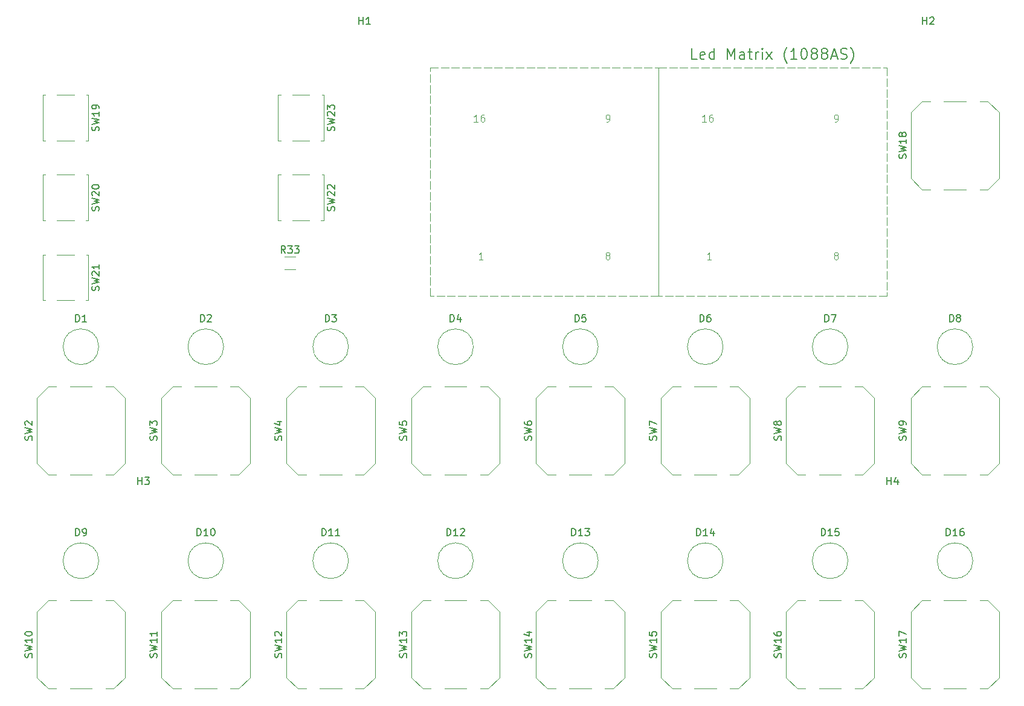
<source format=gbr>
%TF.GenerationSoftware,KiCad,Pcbnew,9.0.3*%
%TF.CreationDate,2026-01-07T19:03:45+01:00*%
%TF.ProjectId,Learning_Numbers,4c656172-6e69-46e6-975f-4e756d626572,rev?*%
%TF.SameCoordinates,Original*%
%TF.FileFunction,Legend,Top*%
%TF.FilePolarity,Positive*%
%FSLAX46Y46*%
G04 Gerber Fmt 4.6, Leading zero omitted, Abs format (unit mm)*
G04 Created by KiCad (PCBNEW 9.0.3) date 2026-01-07 19:03:45*
%MOMM*%
%LPD*%
G01*
G04 APERTURE LIST*
%ADD10C,0.150000*%
%ADD11C,0.100000*%
%ADD12C,0.187500*%
%ADD13C,0.120000*%
G04 APERTURE END LIST*
D10*
X179238095Y-61804819D02*
X179238095Y-60804819D01*
X179238095Y-61281009D02*
X179809523Y-61281009D01*
X179809523Y-61804819D02*
X179809523Y-60804819D01*
X180238095Y-60900057D02*
X180285714Y-60852438D01*
X180285714Y-60852438D02*
X180380952Y-60804819D01*
X180380952Y-60804819D02*
X180619047Y-60804819D01*
X180619047Y-60804819D02*
X180714285Y-60852438D01*
X180714285Y-60852438D02*
X180761904Y-60900057D01*
X180761904Y-60900057D02*
X180809523Y-60995295D01*
X180809523Y-60995295D02*
X180809523Y-61090533D01*
X180809523Y-61090533D02*
X180761904Y-61233390D01*
X180761904Y-61233390D02*
X180190476Y-61804819D01*
X180190476Y-61804819D02*
X180809523Y-61804819D01*
X124357200Y-120083332D02*
X124404819Y-119940475D01*
X124404819Y-119940475D02*
X124404819Y-119702380D01*
X124404819Y-119702380D02*
X124357200Y-119607142D01*
X124357200Y-119607142D02*
X124309580Y-119559523D01*
X124309580Y-119559523D02*
X124214342Y-119511904D01*
X124214342Y-119511904D02*
X124119104Y-119511904D01*
X124119104Y-119511904D02*
X124023866Y-119559523D01*
X124023866Y-119559523D02*
X123976247Y-119607142D01*
X123976247Y-119607142D02*
X123928628Y-119702380D01*
X123928628Y-119702380D02*
X123881009Y-119892856D01*
X123881009Y-119892856D02*
X123833390Y-119988094D01*
X123833390Y-119988094D02*
X123785771Y-120035713D01*
X123785771Y-120035713D02*
X123690533Y-120083332D01*
X123690533Y-120083332D02*
X123595295Y-120083332D01*
X123595295Y-120083332D02*
X123500057Y-120035713D01*
X123500057Y-120035713D02*
X123452438Y-119988094D01*
X123452438Y-119988094D02*
X123404819Y-119892856D01*
X123404819Y-119892856D02*
X123404819Y-119654761D01*
X123404819Y-119654761D02*
X123452438Y-119511904D01*
X123404819Y-119178570D02*
X124404819Y-118940475D01*
X124404819Y-118940475D02*
X123690533Y-118749999D01*
X123690533Y-118749999D02*
X124404819Y-118559523D01*
X124404819Y-118559523D02*
X123404819Y-118321428D01*
X123404819Y-117511904D02*
X123404819Y-117702380D01*
X123404819Y-117702380D02*
X123452438Y-117797618D01*
X123452438Y-117797618D02*
X123500057Y-117845237D01*
X123500057Y-117845237D02*
X123642914Y-117940475D01*
X123642914Y-117940475D02*
X123833390Y-117988094D01*
X123833390Y-117988094D02*
X124214342Y-117988094D01*
X124214342Y-117988094D02*
X124309580Y-117940475D01*
X124309580Y-117940475D02*
X124357200Y-117892856D01*
X124357200Y-117892856D02*
X124404819Y-117797618D01*
X124404819Y-117797618D02*
X124404819Y-117607142D01*
X124404819Y-117607142D02*
X124357200Y-117511904D01*
X124357200Y-117511904D02*
X124309580Y-117464285D01*
X124309580Y-117464285D02*
X124214342Y-117416666D01*
X124214342Y-117416666D02*
X123976247Y-117416666D01*
X123976247Y-117416666D02*
X123881009Y-117464285D01*
X123881009Y-117464285D02*
X123833390Y-117511904D01*
X123833390Y-117511904D02*
X123785771Y-117607142D01*
X123785771Y-117607142D02*
X123785771Y-117797618D01*
X123785771Y-117797618D02*
X123833390Y-117892856D01*
X123833390Y-117892856D02*
X123881009Y-117940475D01*
X123881009Y-117940475D02*
X123976247Y-117988094D01*
X141857200Y-120083332D02*
X141904819Y-119940475D01*
X141904819Y-119940475D02*
X141904819Y-119702380D01*
X141904819Y-119702380D02*
X141857200Y-119607142D01*
X141857200Y-119607142D02*
X141809580Y-119559523D01*
X141809580Y-119559523D02*
X141714342Y-119511904D01*
X141714342Y-119511904D02*
X141619104Y-119511904D01*
X141619104Y-119511904D02*
X141523866Y-119559523D01*
X141523866Y-119559523D02*
X141476247Y-119607142D01*
X141476247Y-119607142D02*
X141428628Y-119702380D01*
X141428628Y-119702380D02*
X141381009Y-119892856D01*
X141381009Y-119892856D02*
X141333390Y-119988094D01*
X141333390Y-119988094D02*
X141285771Y-120035713D01*
X141285771Y-120035713D02*
X141190533Y-120083332D01*
X141190533Y-120083332D02*
X141095295Y-120083332D01*
X141095295Y-120083332D02*
X141000057Y-120035713D01*
X141000057Y-120035713D02*
X140952438Y-119988094D01*
X140952438Y-119988094D02*
X140904819Y-119892856D01*
X140904819Y-119892856D02*
X140904819Y-119654761D01*
X140904819Y-119654761D02*
X140952438Y-119511904D01*
X140904819Y-119178570D02*
X141904819Y-118940475D01*
X141904819Y-118940475D02*
X141190533Y-118749999D01*
X141190533Y-118749999D02*
X141904819Y-118559523D01*
X141904819Y-118559523D02*
X140904819Y-118321428D01*
X140904819Y-118035713D02*
X140904819Y-117369047D01*
X140904819Y-117369047D02*
X141904819Y-117797618D01*
X183011905Y-103494819D02*
X183011905Y-102494819D01*
X183011905Y-102494819D02*
X183250000Y-102494819D01*
X183250000Y-102494819D02*
X183392857Y-102542438D01*
X183392857Y-102542438D02*
X183488095Y-102637676D01*
X183488095Y-102637676D02*
X183535714Y-102732914D01*
X183535714Y-102732914D02*
X183583333Y-102923390D01*
X183583333Y-102923390D02*
X183583333Y-103066247D01*
X183583333Y-103066247D02*
X183535714Y-103256723D01*
X183535714Y-103256723D02*
X183488095Y-103351961D01*
X183488095Y-103351961D02*
X183392857Y-103447200D01*
X183392857Y-103447200D02*
X183250000Y-103494819D01*
X183250000Y-103494819D02*
X183011905Y-103494819D01*
X184154762Y-102923390D02*
X184059524Y-102875771D01*
X184059524Y-102875771D02*
X184011905Y-102828152D01*
X184011905Y-102828152D02*
X183964286Y-102732914D01*
X183964286Y-102732914D02*
X183964286Y-102685295D01*
X183964286Y-102685295D02*
X184011905Y-102590057D01*
X184011905Y-102590057D02*
X184059524Y-102542438D01*
X184059524Y-102542438D02*
X184154762Y-102494819D01*
X184154762Y-102494819D02*
X184345238Y-102494819D01*
X184345238Y-102494819D02*
X184440476Y-102542438D01*
X184440476Y-102542438D02*
X184488095Y-102590057D01*
X184488095Y-102590057D02*
X184535714Y-102685295D01*
X184535714Y-102685295D02*
X184535714Y-102732914D01*
X184535714Y-102732914D02*
X184488095Y-102828152D01*
X184488095Y-102828152D02*
X184440476Y-102875771D01*
X184440476Y-102875771D02*
X184345238Y-102923390D01*
X184345238Y-102923390D02*
X184154762Y-102923390D01*
X184154762Y-102923390D02*
X184059524Y-102971009D01*
X184059524Y-102971009D02*
X184011905Y-103018628D01*
X184011905Y-103018628D02*
X183964286Y-103113866D01*
X183964286Y-103113866D02*
X183964286Y-103304342D01*
X183964286Y-103304342D02*
X184011905Y-103399580D01*
X184011905Y-103399580D02*
X184059524Y-103447200D01*
X184059524Y-103447200D02*
X184154762Y-103494819D01*
X184154762Y-103494819D02*
X184345238Y-103494819D01*
X184345238Y-103494819D02*
X184440476Y-103447200D01*
X184440476Y-103447200D02*
X184488095Y-103399580D01*
X184488095Y-103399580D02*
X184535714Y-103304342D01*
X184535714Y-103304342D02*
X184535714Y-103113866D01*
X184535714Y-103113866D02*
X184488095Y-103018628D01*
X184488095Y-103018628D02*
X184440476Y-102971009D01*
X184440476Y-102971009D02*
X184345238Y-102923390D01*
X54357200Y-120083332D02*
X54404819Y-119940475D01*
X54404819Y-119940475D02*
X54404819Y-119702380D01*
X54404819Y-119702380D02*
X54357200Y-119607142D01*
X54357200Y-119607142D02*
X54309580Y-119559523D01*
X54309580Y-119559523D02*
X54214342Y-119511904D01*
X54214342Y-119511904D02*
X54119104Y-119511904D01*
X54119104Y-119511904D02*
X54023866Y-119559523D01*
X54023866Y-119559523D02*
X53976247Y-119607142D01*
X53976247Y-119607142D02*
X53928628Y-119702380D01*
X53928628Y-119702380D02*
X53881009Y-119892856D01*
X53881009Y-119892856D02*
X53833390Y-119988094D01*
X53833390Y-119988094D02*
X53785771Y-120035713D01*
X53785771Y-120035713D02*
X53690533Y-120083332D01*
X53690533Y-120083332D02*
X53595295Y-120083332D01*
X53595295Y-120083332D02*
X53500057Y-120035713D01*
X53500057Y-120035713D02*
X53452438Y-119988094D01*
X53452438Y-119988094D02*
X53404819Y-119892856D01*
X53404819Y-119892856D02*
X53404819Y-119654761D01*
X53404819Y-119654761D02*
X53452438Y-119511904D01*
X53404819Y-119178570D02*
X54404819Y-118940475D01*
X54404819Y-118940475D02*
X53690533Y-118749999D01*
X53690533Y-118749999D02*
X54404819Y-118559523D01*
X54404819Y-118559523D02*
X53404819Y-118321428D01*
X53500057Y-117988094D02*
X53452438Y-117940475D01*
X53452438Y-117940475D02*
X53404819Y-117845237D01*
X53404819Y-117845237D02*
X53404819Y-117607142D01*
X53404819Y-117607142D02*
X53452438Y-117511904D01*
X53452438Y-117511904D02*
X53500057Y-117464285D01*
X53500057Y-117464285D02*
X53595295Y-117416666D01*
X53595295Y-117416666D02*
X53690533Y-117416666D01*
X53690533Y-117416666D02*
X53833390Y-117464285D01*
X53833390Y-117464285D02*
X54404819Y-118035713D01*
X54404819Y-118035713D02*
X54404819Y-117416666D01*
X130511905Y-103494819D02*
X130511905Y-102494819D01*
X130511905Y-102494819D02*
X130750000Y-102494819D01*
X130750000Y-102494819D02*
X130892857Y-102542438D01*
X130892857Y-102542438D02*
X130988095Y-102637676D01*
X130988095Y-102637676D02*
X131035714Y-102732914D01*
X131035714Y-102732914D02*
X131083333Y-102923390D01*
X131083333Y-102923390D02*
X131083333Y-103066247D01*
X131083333Y-103066247D02*
X131035714Y-103256723D01*
X131035714Y-103256723D02*
X130988095Y-103351961D01*
X130988095Y-103351961D02*
X130892857Y-103447200D01*
X130892857Y-103447200D02*
X130750000Y-103494819D01*
X130750000Y-103494819D02*
X130511905Y-103494819D01*
X131988095Y-102494819D02*
X131511905Y-102494819D01*
X131511905Y-102494819D02*
X131464286Y-102971009D01*
X131464286Y-102971009D02*
X131511905Y-102923390D01*
X131511905Y-102923390D02*
X131607143Y-102875771D01*
X131607143Y-102875771D02*
X131845238Y-102875771D01*
X131845238Y-102875771D02*
X131940476Y-102923390D01*
X131940476Y-102923390D02*
X131988095Y-102971009D01*
X131988095Y-102971009D02*
X132035714Y-103066247D01*
X132035714Y-103066247D02*
X132035714Y-103304342D01*
X132035714Y-103304342D02*
X131988095Y-103399580D01*
X131988095Y-103399580D02*
X131940476Y-103447200D01*
X131940476Y-103447200D02*
X131845238Y-103494819D01*
X131845238Y-103494819D02*
X131607143Y-103494819D01*
X131607143Y-103494819D02*
X131511905Y-103447200D01*
X131511905Y-103447200D02*
X131464286Y-103399580D01*
X96747200Y-76709523D02*
X96794819Y-76566666D01*
X96794819Y-76566666D02*
X96794819Y-76328571D01*
X96794819Y-76328571D02*
X96747200Y-76233333D01*
X96747200Y-76233333D02*
X96699580Y-76185714D01*
X96699580Y-76185714D02*
X96604342Y-76138095D01*
X96604342Y-76138095D02*
X96509104Y-76138095D01*
X96509104Y-76138095D02*
X96413866Y-76185714D01*
X96413866Y-76185714D02*
X96366247Y-76233333D01*
X96366247Y-76233333D02*
X96318628Y-76328571D01*
X96318628Y-76328571D02*
X96271009Y-76519047D01*
X96271009Y-76519047D02*
X96223390Y-76614285D01*
X96223390Y-76614285D02*
X96175771Y-76661904D01*
X96175771Y-76661904D02*
X96080533Y-76709523D01*
X96080533Y-76709523D02*
X95985295Y-76709523D01*
X95985295Y-76709523D02*
X95890057Y-76661904D01*
X95890057Y-76661904D02*
X95842438Y-76614285D01*
X95842438Y-76614285D02*
X95794819Y-76519047D01*
X95794819Y-76519047D02*
X95794819Y-76280952D01*
X95794819Y-76280952D02*
X95842438Y-76138095D01*
X95794819Y-75804761D02*
X96794819Y-75566666D01*
X96794819Y-75566666D02*
X96080533Y-75376190D01*
X96080533Y-75376190D02*
X96794819Y-75185714D01*
X96794819Y-75185714D02*
X95794819Y-74947619D01*
X95890057Y-74614285D02*
X95842438Y-74566666D01*
X95842438Y-74566666D02*
X95794819Y-74471428D01*
X95794819Y-74471428D02*
X95794819Y-74233333D01*
X95794819Y-74233333D02*
X95842438Y-74138095D01*
X95842438Y-74138095D02*
X95890057Y-74090476D01*
X95890057Y-74090476D02*
X95985295Y-74042857D01*
X95985295Y-74042857D02*
X96080533Y-74042857D01*
X96080533Y-74042857D02*
X96223390Y-74090476D01*
X96223390Y-74090476D02*
X96794819Y-74661904D01*
X96794819Y-74661904D02*
X96794819Y-74042857D01*
X95794819Y-73709523D02*
X95794819Y-73090476D01*
X95794819Y-73090476D02*
X96175771Y-73423809D01*
X96175771Y-73423809D02*
X96175771Y-73280952D01*
X96175771Y-73280952D02*
X96223390Y-73185714D01*
X96223390Y-73185714D02*
X96271009Y-73138095D01*
X96271009Y-73138095D02*
X96366247Y-73090476D01*
X96366247Y-73090476D02*
X96604342Y-73090476D01*
X96604342Y-73090476D02*
X96699580Y-73138095D01*
X96699580Y-73138095D02*
X96747200Y-73185714D01*
X96747200Y-73185714D02*
X96794819Y-73280952D01*
X96794819Y-73280952D02*
X96794819Y-73566666D01*
X96794819Y-73566666D02*
X96747200Y-73661904D01*
X96747200Y-73661904D02*
X96699580Y-73709523D01*
X106857200Y-150559523D02*
X106904819Y-150416666D01*
X106904819Y-150416666D02*
X106904819Y-150178571D01*
X106904819Y-150178571D02*
X106857200Y-150083333D01*
X106857200Y-150083333D02*
X106809580Y-150035714D01*
X106809580Y-150035714D02*
X106714342Y-149988095D01*
X106714342Y-149988095D02*
X106619104Y-149988095D01*
X106619104Y-149988095D02*
X106523866Y-150035714D01*
X106523866Y-150035714D02*
X106476247Y-150083333D01*
X106476247Y-150083333D02*
X106428628Y-150178571D01*
X106428628Y-150178571D02*
X106381009Y-150369047D01*
X106381009Y-150369047D02*
X106333390Y-150464285D01*
X106333390Y-150464285D02*
X106285771Y-150511904D01*
X106285771Y-150511904D02*
X106190533Y-150559523D01*
X106190533Y-150559523D02*
X106095295Y-150559523D01*
X106095295Y-150559523D02*
X106000057Y-150511904D01*
X106000057Y-150511904D02*
X105952438Y-150464285D01*
X105952438Y-150464285D02*
X105904819Y-150369047D01*
X105904819Y-150369047D02*
X105904819Y-150130952D01*
X105904819Y-150130952D02*
X105952438Y-149988095D01*
X105904819Y-149654761D02*
X106904819Y-149416666D01*
X106904819Y-149416666D02*
X106190533Y-149226190D01*
X106190533Y-149226190D02*
X106904819Y-149035714D01*
X106904819Y-149035714D02*
X105904819Y-148797619D01*
X106904819Y-147892857D02*
X106904819Y-148464285D01*
X106904819Y-148178571D02*
X105904819Y-148178571D01*
X105904819Y-148178571D02*
X106047676Y-148273809D01*
X106047676Y-148273809D02*
X106142914Y-148369047D01*
X106142914Y-148369047D02*
X106190533Y-148464285D01*
X105904819Y-147559523D02*
X105904819Y-146940476D01*
X105904819Y-146940476D02*
X106285771Y-147273809D01*
X106285771Y-147273809D02*
X106285771Y-147130952D01*
X106285771Y-147130952D02*
X106333390Y-147035714D01*
X106333390Y-147035714D02*
X106381009Y-146988095D01*
X106381009Y-146988095D02*
X106476247Y-146940476D01*
X106476247Y-146940476D02*
X106714342Y-146940476D01*
X106714342Y-146940476D02*
X106809580Y-146988095D01*
X106809580Y-146988095D02*
X106857200Y-147035714D01*
X106857200Y-147035714D02*
X106904819Y-147130952D01*
X106904819Y-147130952D02*
X106904819Y-147416666D01*
X106904819Y-147416666D02*
X106857200Y-147511904D01*
X106857200Y-147511904D02*
X106809580Y-147559523D01*
X106857200Y-120083332D02*
X106904819Y-119940475D01*
X106904819Y-119940475D02*
X106904819Y-119702380D01*
X106904819Y-119702380D02*
X106857200Y-119607142D01*
X106857200Y-119607142D02*
X106809580Y-119559523D01*
X106809580Y-119559523D02*
X106714342Y-119511904D01*
X106714342Y-119511904D02*
X106619104Y-119511904D01*
X106619104Y-119511904D02*
X106523866Y-119559523D01*
X106523866Y-119559523D02*
X106476247Y-119607142D01*
X106476247Y-119607142D02*
X106428628Y-119702380D01*
X106428628Y-119702380D02*
X106381009Y-119892856D01*
X106381009Y-119892856D02*
X106333390Y-119988094D01*
X106333390Y-119988094D02*
X106285771Y-120035713D01*
X106285771Y-120035713D02*
X106190533Y-120083332D01*
X106190533Y-120083332D02*
X106095295Y-120083332D01*
X106095295Y-120083332D02*
X106000057Y-120035713D01*
X106000057Y-120035713D02*
X105952438Y-119988094D01*
X105952438Y-119988094D02*
X105904819Y-119892856D01*
X105904819Y-119892856D02*
X105904819Y-119654761D01*
X105904819Y-119654761D02*
X105952438Y-119511904D01*
X105904819Y-119178570D02*
X106904819Y-118940475D01*
X106904819Y-118940475D02*
X106190533Y-118749999D01*
X106190533Y-118749999D02*
X106904819Y-118559523D01*
X106904819Y-118559523D02*
X105904819Y-118321428D01*
X105904819Y-117464285D02*
X105904819Y-117940475D01*
X105904819Y-117940475D02*
X106381009Y-117988094D01*
X106381009Y-117988094D02*
X106333390Y-117940475D01*
X106333390Y-117940475D02*
X106285771Y-117845237D01*
X106285771Y-117845237D02*
X106285771Y-117607142D01*
X106285771Y-117607142D02*
X106333390Y-117511904D01*
X106333390Y-117511904D02*
X106381009Y-117464285D01*
X106381009Y-117464285D02*
X106476247Y-117416666D01*
X106476247Y-117416666D02*
X106714342Y-117416666D01*
X106714342Y-117416666D02*
X106809580Y-117464285D01*
X106809580Y-117464285D02*
X106857200Y-117511904D01*
X106857200Y-117511904D02*
X106904819Y-117607142D01*
X106904819Y-117607142D02*
X106904819Y-117845237D01*
X106904819Y-117845237D02*
X106857200Y-117940475D01*
X106857200Y-117940475D02*
X106809580Y-117988094D01*
X96747200Y-87909523D02*
X96794819Y-87766666D01*
X96794819Y-87766666D02*
X96794819Y-87528571D01*
X96794819Y-87528571D02*
X96747200Y-87433333D01*
X96747200Y-87433333D02*
X96699580Y-87385714D01*
X96699580Y-87385714D02*
X96604342Y-87338095D01*
X96604342Y-87338095D02*
X96509104Y-87338095D01*
X96509104Y-87338095D02*
X96413866Y-87385714D01*
X96413866Y-87385714D02*
X96366247Y-87433333D01*
X96366247Y-87433333D02*
X96318628Y-87528571D01*
X96318628Y-87528571D02*
X96271009Y-87719047D01*
X96271009Y-87719047D02*
X96223390Y-87814285D01*
X96223390Y-87814285D02*
X96175771Y-87861904D01*
X96175771Y-87861904D02*
X96080533Y-87909523D01*
X96080533Y-87909523D02*
X95985295Y-87909523D01*
X95985295Y-87909523D02*
X95890057Y-87861904D01*
X95890057Y-87861904D02*
X95842438Y-87814285D01*
X95842438Y-87814285D02*
X95794819Y-87719047D01*
X95794819Y-87719047D02*
X95794819Y-87480952D01*
X95794819Y-87480952D02*
X95842438Y-87338095D01*
X95794819Y-87004761D02*
X96794819Y-86766666D01*
X96794819Y-86766666D02*
X96080533Y-86576190D01*
X96080533Y-86576190D02*
X96794819Y-86385714D01*
X96794819Y-86385714D02*
X95794819Y-86147619D01*
X95890057Y-85814285D02*
X95842438Y-85766666D01*
X95842438Y-85766666D02*
X95794819Y-85671428D01*
X95794819Y-85671428D02*
X95794819Y-85433333D01*
X95794819Y-85433333D02*
X95842438Y-85338095D01*
X95842438Y-85338095D02*
X95890057Y-85290476D01*
X95890057Y-85290476D02*
X95985295Y-85242857D01*
X95985295Y-85242857D02*
X96080533Y-85242857D01*
X96080533Y-85242857D02*
X96223390Y-85290476D01*
X96223390Y-85290476D02*
X96794819Y-85861904D01*
X96794819Y-85861904D02*
X96794819Y-85242857D01*
X95890057Y-84861904D02*
X95842438Y-84814285D01*
X95842438Y-84814285D02*
X95794819Y-84719047D01*
X95794819Y-84719047D02*
X95794819Y-84480952D01*
X95794819Y-84480952D02*
X95842438Y-84385714D01*
X95842438Y-84385714D02*
X95890057Y-84338095D01*
X95890057Y-84338095D02*
X95985295Y-84290476D01*
X95985295Y-84290476D02*
X96080533Y-84290476D01*
X96080533Y-84290476D02*
X96223390Y-84338095D01*
X96223390Y-84338095D02*
X96794819Y-84909523D01*
X96794819Y-84909523D02*
X96794819Y-84290476D01*
X71857200Y-120083332D02*
X71904819Y-119940475D01*
X71904819Y-119940475D02*
X71904819Y-119702380D01*
X71904819Y-119702380D02*
X71857200Y-119607142D01*
X71857200Y-119607142D02*
X71809580Y-119559523D01*
X71809580Y-119559523D02*
X71714342Y-119511904D01*
X71714342Y-119511904D02*
X71619104Y-119511904D01*
X71619104Y-119511904D02*
X71523866Y-119559523D01*
X71523866Y-119559523D02*
X71476247Y-119607142D01*
X71476247Y-119607142D02*
X71428628Y-119702380D01*
X71428628Y-119702380D02*
X71381009Y-119892856D01*
X71381009Y-119892856D02*
X71333390Y-119988094D01*
X71333390Y-119988094D02*
X71285771Y-120035713D01*
X71285771Y-120035713D02*
X71190533Y-120083332D01*
X71190533Y-120083332D02*
X71095295Y-120083332D01*
X71095295Y-120083332D02*
X71000057Y-120035713D01*
X71000057Y-120035713D02*
X70952438Y-119988094D01*
X70952438Y-119988094D02*
X70904819Y-119892856D01*
X70904819Y-119892856D02*
X70904819Y-119654761D01*
X70904819Y-119654761D02*
X70952438Y-119511904D01*
X70904819Y-119178570D02*
X71904819Y-118940475D01*
X71904819Y-118940475D02*
X71190533Y-118749999D01*
X71190533Y-118749999D02*
X71904819Y-118559523D01*
X71904819Y-118559523D02*
X70904819Y-118321428D01*
X70904819Y-118035713D02*
X70904819Y-117416666D01*
X70904819Y-117416666D02*
X71285771Y-117749999D01*
X71285771Y-117749999D02*
X71285771Y-117607142D01*
X71285771Y-117607142D02*
X71333390Y-117511904D01*
X71333390Y-117511904D02*
X71381009Y-117464285D01*
X71381009Y-117464285D02*
X71476247Y-117416666D01*
X71476247Y-117416666D02*
X71714342Y-117416666D01*
X71714342Y-117416666D02*
X71809580Y-117464285D01*
X71809580Y-117464285D02*
X71857200Y-117511904D01*
X71857200Y-117511904D02*
X71904819Y-117607142D01*
X71904819Y-117607142D02*
X71904819Y-117892856D01*
X71904819Y-117892856D02*
X71857200Y-117988094D01*
X71857200Y-117988094D02*
X71809580Y-118035713D01*
X63747200Y-99109523D02*
X63794819Y-98966666D01*
X63794819Y-98966666D02*
X63794819Y-98728571D01*
X63794819Y-98728571D02*
X63747200Y-98633333D01*
X63747200Y-98633333D02*
X63699580Y-98585714D01*
X63699580Y-98585714D02*
X63604342Y-98538095D01*
X63604342Y-98538095D02*
X63509104Y-98538095D01*
X63509104Y-98538095D02*
X63413866Y-98585714D01*
X63413866Y-98585714D02*
X63366247Y-98633333D01*
X63366247Y-98633333D02*
X63318628Y-98728571D01*
X63318628Y-98728571D02*
X63271009Y-98919047D01*
X63271009Y-98919047D02*
X63223390Y-99014285D01*
X63223390Y-99014285D02*
X63175771Y-99061904D01*
X63175771Y-99061904D02*
X63080533Y-99109523D01*
X63080533Y-99109523D02*
X62985295Y-99109523D01*
X62985295Y-99109523D02*
X62890057Y-99061904D01*
X62890057Y-99061904D02*
X62842438Y-99014285D01*
X62842438Y-99014285D02*
X62794819Y-98919047D01*
X62794819Y-98919047D02*
X62794819Y-98680952D01*
X62794819Y-98680952D02*
X62842438Y-98538095D01*
X62794819Y-98204761D02*
X63794819Y-97966666D01*
X63794819Y-97966666D02*
X63080533Y-97776190D01*
X63080533Y-97776190D02*
X63794819Y-97585714D01*
X63794819Y-97585714D02*
X62794819Y-97347619D01*
X62890057Y-97014285D02*
X62842438Y-96966666D01*
X62842438Y-96966666D02*
X62794819Y-96871428D01*
X62794819Y-96871428D02*
X62794819Y-96633333D01*
X62794819Y-96633333D02*
X62842438Y-96538095D01*
X62842438Y-96538095D02*
X62890057Y-96490476D01*
X62890057Y-96490476D02*
X62985295Y-96442857D01*
X62985295Y-96442857D02*
X63080533Y-96442857D01*
X63080533Y-96442857D02*
X63223390Y-96490476D01*
X63223390Y-96490476D02*
X63794819Y-97061904D01*
X63794819Y-97061904D02*
X63794819Y-96442857D01*
X63794819Y-95490476D02*
X63794819Y-96061904D01*
X63794819Y-95776190D02*
X62794819Y-95776190D01*
X62794819Y-95776190D02*
X62937676Y-95871428D01*
X62937676Y-95871428D02*
X63032914Y-95966666D01*
X63032914Y-95966666D02*
X63080533Y-96061904D01*
X141857200Y-150559523D02*
X141904819Y-150416666D01*
X141904819Y-150416666D02*
X141904819Y-150178571D01*
X141904819Y-150178571D02*
X141857200Y-150083333D01*
X141857200Y-150083333D02*
X141809580Y-150035714D01*
X141809580Y-150035714D02*
X141714342Y-149988095D01*
X141714342Y-149988095D02*
X141619104Y-149988095D01*
X141619104Y-149988095D02*
X141523866Y-150035714D01*
X141523866Y-150035714D02*
X141476247Y-150083333D01*
X141476247Y-150083333D02*
X141428628Y-150178571D01*
X141428628Y-150178571D02*
X141381009Y-150369047D01*
X141381009Y-150369047D02*
X141333390Y-150464285D01*
X141333390Y-150464285D02*
X141285771Y-150511904D01*
X141285771Y-150511904D02*
X141190533Y-150559523D01*
X141190533Y-150559523D02*
X141095295Y-150559523D01*
X141095295Y-150559523D02*
X141000057Y-150511904D01*
X141000057Y-150511904D02*
X140952438Y-150464285D01*
X140952438Y-150464285D02*
X140904819Y-150369047D01*
X140904819Y-150369047D02*
X140904819Y-150130952D01*
X140904819Y-150130952D02*
X140952438Y-149988095D01*
X140904819Y-149654761D02*
X141904819Y-149416666D01*
X141904819Y-149416666D02*
X141190533Y-149226190D01*
X141190533Y-149226190D02*
X141904819Y-149035714D01*
X141904819Y-149035714D02*
X140904819Y-148797619D01*
X141904819Y-147892857D02*
X141904819Y-148464285D01*
X141904819Y-148178571D02*
X140904819Y-148178571D01*
X140904819Y-148178571D02*
X141047676Y-148273809D01*
X141047676Y-148273809D02*
X141142914Y-148369047D01*
X141142914Y-148369047D02*
X141190533Y-148464285D01*
X140904819Y-146988095D02*
X140904819Y-147464285D01*
X140904819Y-147464285D02*
X141381009Y-147511904D01*
X141381009Y-147511904D02*
X141333390Y-147464285D01*
X141333390Y-147464285D02*
X141285771Y-147369047D01*
X141285771Y-147369047D02*
X141285771Y-147130952D01*
X141285771Y-147130952D02*
X141333390Y-147035714D01*
X141333390Y-147035714D02*
X141381009Y-146988095D01*
X141381009Y-146988095D02*
X141476247Y-146940476D01*
X141476247Y-146940476D02*
X141714342Y-146940476D01*
X141714342Y-146940476D02*
X141809580Y-146988095D01*
X141809580Y-146988095D02*
X141857200Y-147035714D01*
X141857200Y-147035714D02*
X141904819Y-147130952D01*
X141904819Y-147130952D02*
X141904819Y-147369047D01*
X141904819Y-147369047D02*
X141857200Y-147464285D01*
X141857200Y-147464285D02*
X141809580Y-147511904D01*
X69238095Y-126304819D02*
X69238095Y-125304819D01*
X69238095Y-125781009D02*
X69809523Y-125781009D01*
X69809523Y-126304819D02*
X69809523Y-125304819D01*
X70190476Y-125304819D02*
X70809523Y-125304819D01*
X70809523Y-125304819D02*
X70476190Y-125685771D01*
X70476190Y-125685771D02*
X70619047Y-125685771D01*
X70619047Y-125685771D02*
X70714285Y-125733390D01*
X70714285Y-125733390D02*
X70761904Y-125781009D01*
X70761904Y-125781009D02*
X70809523Y-125876247D01*
X70809523Y-125876247D02*
X70809523Y-126114342D01*
X70809523Y-126114342D02*
X70761904Y-126209580D01*
X70761904Y-126209580D02*
X70714285Y-126257200D01*
X70714285Y-126257200D02*
X70619047Y-126304819D01*
X70619047Y-126304819D02*
X70333333Y-126304819D01*
X70333333Y-126304819D02*
X70238095Y-126257200D01*
X70238095Y-126257200D02*
X70190476Y-126209580D01*
X71857200Y-150559523D02*
X71904819Y-150416666D01*
X71904819Y-150416666D02*
X71904819Y-150178571D01*
X71904819Y-150178571D02*
X71857200Y-150083333D01*
X71857200Y-150083333D02*
X71809580Y-150035714D01*
X71809580Y-150035714D02*
X71714342Y-149988095D01*
X71714342Y-149988095D02*
X71619104Y-149988095D01*
X71619104Y-149988095D02*
X71523866Y-150035714D01*
X71523866Y-150035714D02*
X71476247Y-150083333D01*
X71476247Y-150083333D02*
X71428628Y-150178571D01*
X71428628Y-150178571D02*
X71381009Y-150369047D01*
X71381009Y-150369047D02*
X71333390Y-150464285D01*
X71333390Y-150464285D02*
X71285771Y-150511904D01*
X71285771Y-150511904D02*
X71190533Y-150559523D01*
X71190533Y-150559523D02*
X71095295Y-150559523D01*
X71095295Y-150559523D02*
X71000057Y-150511904D01*
X71000057Y-150511904D02*
X70952438Y-150464285D01*
X70952438Y-150464285D02*
X70904819Y-150369047D01*
X70904819Y-150369047D02*
X70904819Y-150130952D01*
X70904819Y-150130952D02*
X70952438Y-149988095D01*
X70904819Y-149654761D02*
X71904819Y-149416666D01*
X71904819Y-149416666D02*
X71190533Y-149226190D01*
X71190533Y-149226190D02*
X71904819Y-149035714D01*
X71904819Y-149035714D02*
X70904819Y-148797619D01*
X71904819Y-147892857D02*
X71904819Y-148464285D01*
X71904819Y-148178571D02*
X70904819Y-148178571D01*
X70904819Y-148178571D02*
X71047676Y-148273809D01*
X71047676Y-148273809D02*
X71142914Y-148369047D01*
X71142914Y-148369047D02*
X71190533Y-148464285D01*
X71904819Y-146940476D02*
X71904819Y-147511904D01*
X71904819Y-147226190D02*
X70904819Y-147226190D01*
X70904819Y-147226190D02*
X71047676Y-147321428D01*
X71047676Y-147321428D02*
X71142914Y-147416666D01*
X71142914Y-147416666D02*
X71190533Y-147511904D01*
X113011905Y-103494819D02*
X113011905Y-102494819D01*
X113011905Y-102494819D02*
X113250000Y-102494819D01*
X113250000Y-102494819D02*
X113392857Y-102542438D01*
X113392857Y-102542438D02*
X113488095Y-102637676D01*
X113488095Y-102637676D02*
X113535714Y-102732914D01*
X113535714Y-102732914D02*
X113583333Y-102923390D01*
X113583333Y-102923390D02*
X113583333Y-103066247D01*
X113583333Y-103066247D02*
X113535714Y-103256723D01*
X113535714Y-103256723D02*
X113488095Y-103351961D01*
X113488095Y-103351961D02*
X113392857Y-103447200D01*
X113392857Y-103447200D02*
X113250000Y-103494819D01*
X113250000Y-103494819D02*
X113011905Y-103494819D01*
X114440476Y-102828152D02*
X114440476Y-103494819D01*
X114202381Y-102447200D02*
X113964286Y-103161485D01*
X113964286Y-103161485D02*
X114583333Y-103161485D01*
X182535714Y-133494819D02*
X182535714Y-132494819D01*
X182535714Y-132494819D02*
X182773809Y-132494819D01*
X182773809Y-132494819D02*
X182916666Y-132542438D01*
X182916666Y-132542438D02*
X183011904Y-132637676D01*
X183011904Y-132637676D02*
X183059523Y-132732914D01*
X183059523Y-132732914D02*
X183107142Y-132923390D01*
X183107142Y-132923390D02*
X183107142Y-133066247D01*
X183107142Y-133066247D02*
X183059523Y-133256723D01*
X183059523Y-133256723D02*
X183011904Y-133351961D01*
X183011904Y-133351961D02*
X182916666Y-133447200D01*
X182916666Y-133447200D02*
X182773809Y-133494819D01*
X182773809Y-133494819D02*
X182535714Y-133494819D01*
X184059523Y-133494819D02*
X183488095Y-133494819D01*
X183773809Y-133494819D02*
X183773809Y-132494819D01*
X183773809Y-132494819D02*
X183678571Y-132637676D01*
X183678571Y-132637676D02*
X183583333Y-132732914D01*
X183583333Y-132732914D02*
X183488095Y-132780533D01*
X184916666Y-132494819D02*
X184726190Y-132494819D01*
X184726190Y-132494819D02*
X184630952Y-132542438D01*
X184630952Y-132542438D02*
X184583333Y-132590057D01*
X184583333Y-132590057D02*
X184488095Y-132732914D01*
X184488095Y-132732914D02*
X184440476Y-132923390D01*
X184440476Y-132923390D02*
X184440476Y-133304342D01*
X184440476Y-133304342D02*
X184488095Y-133399580D01*
X184488095Y-133399580D02*
X184535714Y-133447200D01*
X184535714Y-133447200D02*
X184630952Y-133494819D01*
X184630952Y-133494819D02*
X184821428Y-133494819D01*
X184821428Y-133494819D02*
X184916666Y-133447200D01*
X184916666Y-133447200D02*
X184964285Y-133399580D01*
X184964285Y-133399580D02*
X185011904Y-133304342D01*
X185011904Y-133304342D02*
X185011904Y-133066247D01*
X185011904Y-133066247D02*
X184964285Y-132971009D01*
X184964285Y-132971009D02*
X184916666Y-132923390D01*
X184916666Y-132923390D02*
X184821428Y-132875771D01*
X184821428Y-132875771D02*
X184630952Y-132875771D01*
X184630952Y-132875771D02*
X184535714Y-132923390D01*
X184535714Y-132923390D02*
X184488095Y-132971009D01*
X184488095Y-132971009D02*
X184440476Y-133066247D01*
X176857200Y-120083332D02*
X176904819Y-119940475D01*
X176904819Y-119940475D02*
X176904819Y-119702380D01*
X176904819Y-119702380D02*
X176857200Y-119607142D01*
X176857200Y-119607142D02*
X176809580Y-119559523D01*
X176809580Y-119559523D02*
X176714342Y-119511904D01*
X176714342Y-119511904D02*
X176619104Y-119511904D01*
X176619104Y-119511904D02*
X176523866Y-119559523D01*
X176523866Y-119559523D02*
X176476247Y-119607142D01*
X176476247Y-119607142D02*
X176428628Y-119702380D01*
X176428628Y-119702380D02*
X176381009Y-119892856D01*
X176381009Y-119892856D02*
X176333390Y-119988094D01*
X176333390Y-119988094D02*
X176285771Y-120035713D01*
X176285771Y-120035713D02*
X176190533Y-120083332D01*
X176190533Y-120083332D02*
X176095295Y-120083332D01*
X176095295Y-120083332D02*
X176000057Y-120035713D01*
X176000057Y-120035713D02*
X175952438Y-119988094D01*
X175952438Y-119988094D02*
X175904819Y-119892856D01*
X175904819Y-119892856D02*
X175904819Y-119654761D01*
X175904819Y-119654761D02*
X175952438Y-119511904D01*
X175904819Y-119178570D02*
X176904819Y-118940475D01*
X176904819Y-118940475D02*
X176190533Y-118749999D01*
X176190533Y-118749999D02*
X176904819Y-118559523D01*
X176904819Y-118559523D02*
X175904819Y-118321428D01*
X176904819Y-117892856D02*
X176904819Y-117702380D01*
X176904819Y-117702380D02*
X176857200Y-117607142D01*
X176857200Y-117607142D02*
X176809580Y-117559523D01*
X176809580Y-117559523D02*
X176666723Y-117464285D01*
X176666723Y-117464285D02*
X176476247Y-117416666D01*
X176476247Y-117416666D02*
X176095295Y-117416666D01*
X176095295Y-117416666D02*
X176000057Y-117464285D01*
X176000057Y-117464285D02*
X175952438Y-117511904D01*
X175952438Y-117511904D02*
X175904819Y-117607142D01*
X175904819Y-117607142D02*
X175904819Y-117797618D01*
X175904819Y-117797618D02*
X175952438Y-117892856D01*
X175952438Y-117892856D02*
X176000057Y-117940475D01*
X176000057Y-117940475D02*
X176095295Y-117988094D01*
X176095295Y-117988094D02*
X176333390Y-117988094D01*
X176333390Y-117988094D02*
X176428628Y-117940475D01*
X176428628Y-117940475D02*
X176476247Y-117892856D01*
X176476247Y-117892856D02*
X176523866Y-117797618D01*
X176523866Y-117797618D02*
X176523866Y-117607142D01*
X176523866Y-117607142D02*
X176476247Y-117511904D01*
X176476247Y-117511904D02*
X176428628Y-117464285D01*
X176428628Y-117464285D02*
X176333390Y-117416666D01*
X159357200Y-120083332D02*
X159404819Y-119940475D01*
X159404819Y-119940475D02*
X159404819Y-119702380D01*
X159404819Y-119702380D02*
X159357200Y-119607142D01*
X159357200Y-119607142D02*
X159309580Y-119559523D01*
X159309580Y-119559523D02*
X159214342Y-119511904D01*
X159214342Y-119511904D02*
X159119104Y-119511904D01*
X159119104Y-119511904D02*
X159023866Y-119559523D01*
X159023866Y-119559523D02*
X158976247Y-119607142D01*
X158976247Y-119607142D02*
X158928628Y-119702380D01*
X158928628Y-119702380D02*
X158881009Y-119892856D01*
X158881009Y-119892856D02*
X158833390Y-119988094D01*
X158833390Y-119988094D02*
X158785771Y-120035713D01*
X158785771Y-120035713D02*
X158690533Y-120083332D01*
X158690533Y-120083332D02*
X158595295Y-120083332D01*
X158595295Y-120083332D02*
X158500057Y-120035713D01*
X158500057Y-120035713D02*
X158452438Y-119988094D01*
X158452438Y-119988094D02*
X158404819Y-119892856D01*
X158404819Y-119892856D02*
X158404819Y-119654761D01*
X158404819Y-119654761D02*
X158452438Y-119511904D01*
X158404819Y-119178570D02*
X159404819Y-118940475D01*
X159404819Y-118940475D02*
X158690533Y-118749999D01*
X158690533Y-118749999D02*
X159404819Y-118559523D01*
X159404819Y-118559523D02*
X158404819Y-118321428D01*
X158833390Y-117797618D02*
X158785771Y-117892856D01*
X158785771Y-117892856D02*
X158738152Y-117940475D01*
X158738152Y-117940475D02*
X158642914Y-117988094D01*
X158642914Y-117988094D02*
X158595295Y-117988094D01*
X158595295Y-117988094D02*
X158500057Y-117940475D01*
X158500057Y-117940475D02*
X158452438Y-117892856D01*
X158452438Y-117892856D02*
X158404819Y-117797618D01*
X158404819Y-117797618D02*
X158404819Y-117607142D01*
X158404819Y-117607142D02*
X158452438Y-117511904D01*
X158452438Y-117511904D02*
X158500057Y-117464285D01*
X158500057Y-117464285D02*
X158595295Y-117416666D01*
X158595295Y-117416666D02*
X158642914Y-117416666D01*
X158642914Y-117416666D02*
X158738152Y-117464285D01*
X158738152Y-117464285D02*
X158785771Y-117511904D01*
X158785771Y-117511904D02*
X158833390Y-117607142D01*
X158833390Y-117607142D02*
X158833390Y-117797618D01*
X158833390Y-117797618D02*
X158881009Y-117892856D01*
X158881009Y-117892856D02*
X158928628Y-117940475D01*
X158928628Y-117940475D02*
X159023866Y-117988094D01*
X159023866Y-117988094D02*
X159214342Y-117988094D01*
X159214342Y-117988094D02*
X159309580Y-117940475D01*
X159309580Y-117940475D02*
X159357200Y-117892856D01*
X159357200Y-117892856D02*
X159404819Y-117797618D01*
X159404819Y-117797618D02*
X159404819Y-117607142D01*
X159404819Y-117607142D02*
X159357200Y-117511904D01*
X159357200Y-117511904D02*
X159309580Y-117464285D01*
X159309580Y-117464285D02*
X159214342Y-117416666D01*
X159214342Y-117416666D02*
X159023866Y-117416666D01*
X159023866Y-117416666D02*
X158928628Y-117464285D01*
X158928628Y-117464285D02*
X158881009Y-117511904D01*
X158881009Y-117511904D02*
X158833390Y-117607142D01*
X148011905Y-103494819D02*
X148011905Y-102494819D01*
X148011905Y-102494819D02*
X148250000Y-102494819D01*
X148250000Y-102494819D02*
X148392857Y-102542438D01*
X148392857Y-102542438D02*
X148488095Y-102637676D01*
X148488095Y-102637676D02*
X148535714Y-102732914D01*
X148535714Y-102732914D02*
X148583333Y-102923390D01*
X148583333Y-102923390D02*
X148583333Y-103066247D01*
X148583333Y-103066247D02*
X148535714Y-103256723D01*
X148535714Y-103256723D02*
X148488095Y-103351961D01*
X148488095Y-103351961D02*
X148392857Y-103447200D01*
X148392857Y-103447200D02*
X148250000Y-103494819D01*
X148250000Y-103494819D02*
X148011905Y-103494819D01*
X149440476Y-102494819D02*
X149250000Y-102494819D01*
X149250000Y-102494819D02*
X149154762Y-102542438D01*
X149154762Y-102542438D02*
X149107143Y-102590057D01*
X149107143Y-102590057D02*
X149011905Y-102732914D01*
X149011905Y-102732914D02*
X148964286Y-102923390D01*
X148964286Y-102923390D02*
X148964286Y-103304342D01*
X148964286Y-103304342D02*
X149011905Y-103399580D01*
X149011905Y-103399580D02*
X149059524Y-103447200D01*
X149059524Y-103447200D02*
X149154762Y-103494819D01*
X149154762Y-103494819D02*
X149345238Y-103494819D01*
X149345238Y-103494819D02*
X149440476Y-103447200D01*
X149440476Y-103447200D02*
X149488095Y-103399580D01*
X149488095Y-103399580D02*
X149535714Y-103304342D01*
X149535714Y-103304342D02*
X149535714Y-103066247D01*
X149535714Y-103066247D02*
X149488095Y-102971009D01*
X149488095Y-102971009D02*
X149440476Y-102923390D01*
X149440476Y-102923390D02*
X149345238Y-102875771D01*
X149345238Y-102875771D02*
X149154762Y-102875771D01*
X149154762Y-102875771D02*
X149059524Y-102923390D01*
X149059524Y-102923390D02*
X149011905Y-102971009D01*
X149011905Y-102971009D02*
X148964286Y-103066247D01*
X159357200Y-150559523D02*
X159404819Y-150416666D01*
X159404819Y-150416666D02*
X159404819Y-150178571D01*
X159404819Y-150178571D02*
X159357200Y-150083333D01*
X159357200Y-150083333D02*
X159309580Y-150035714D01*
X159309580Y-150035714D02*
X159214342Y-149988095D01*
X159214342Y-149988095D02*
X159119104Y-149988095D01*
X159119104Y-149988095D02*
X159023866Y-150035714D01*
X159023866Y-150035714D02*
X158976247Y-150083333D01*
X158976247Y-150083333D02*
X158928628Y-150178571D01*
X158928628Y-150178571D02*
X158881009Y-150369047D01*
X158881009Y-150369047D02*
X158833390Y-150464285D01*
X158833390Y-150464285D02*
X158785771Y-150511904D01*
X158785771Y-150511904D02*
X158690533Y-150559523D01*
X158690533Y-150559523D02*
X158595295Y-150559523D01*
X158595295Y-150559523D02*
X158500057Y-150511904D01*
X158500057Y-150511904D02*
X158452438Y-150464285D01*
X158452438Y-150464285D02*
X158404819Y-150369047D01*
X158404819Y-150369047D02*
X158404819Y-150130952D01*
X158404819Y-150130952D02*
X158452438Y-149988095D01*
X158404819Y-149654761D02*
X159404819Y-149416666D01*
X159404819Y-149416666D02*
X158690533Y-149226190D01*
X158690533Y-149226190D02*
X159404819Y-149035714D01*
X159404819Y-149035714D02*
X158404819Y-148797619D01*
X159404819Y-147892857D02*
X159404819Y-148464285D01*
X159404819Y-148178571D02*
X158404819Y-148178571D01*
X158404819Y-148178571D02*
X158547676Y-148273809D01*
X158547676Y-148273809D02*
X158642914Y-148369047D01*
X158642914Y-148369047D02*
X158690533Y-148464285D01*
X158404819Y-147035714D02*
X158404819Y-147226190D01*
X158404819Y-147226190D02*
X158452438Y-147321428D01*
X158452438Y-147321428D02*
X158500057Y-147369047D01*
X158500057Y-147369047D02*
X158642914Y-147464285D01*
X158642914Y-147464285D02*
X158833390Y-147511904D01*
X158833390Y-147511904D02*
X159214342Y-147511904D01*
X159214342Y-147511904D02*
X159309580Y-147464285D01*
X159309580Y-147464285D02*
X159357200Y-147416666D01*
X159357200Y-147416666D02*
X159404819Y-147321428D01*
X159404819Y-147321428D02*
X159404819Y-147130952D01*
X159404819Y-147130952D02*
X159357200Y-147035714D01*
X159357200Y-147035714D02*
X159309580Y-146988095D01*
X159309580Y-146988095D02*
X159214342Y-146940476D01*
X159214342Y-146940476D02*
X158976247Y-146940476D01*
X158976247Y-146940476D02*
X158881009Y-146988095D01*
X158881009Y-146988095D02*
X158833390Y-147035714D01*
X158833390Y-147035714D02*
X158785771Y-147130952D01*
X158785771Y-147130952D02*
X158785771Y-147321428D01*
X158785771Y-147321428D02*
X158833390Y-147416666D01*
X158833390Y-147416666D02*
X158881009Y-147464285D01*
X158881009Y-147464285D02*
X158976247Y-147511904D01*
X165511905Y-103494819D02*
X165511905Y-102494819D01*
X165511905Y-102494819D02*
X165750000Y-102494819D01*
X165750000Y-102494819D02*
X165892857Y-102542438D01*
X165892857Y-102542438D02*
X165988095Y-102637676D01*
X165988095Y-102637676D02*
X166035714Y-102732914D01*
X166035714Y-102732914D02*
X166083333Y-102923390D01*
X166083333Y-102923390D02*
X166083333Y-103066247D01*
X166083333Y-103066247D02*
X166035714Y-103256723D01*
X166035714Y-103256723D02*
X165988095Y-103351961D01*
X165988095Y-103351961D02*
X165892857Y-103447200D01*
X165892857Y-103447200D02*
X165750000Y-103494819D01*
X165750000Y-103494819D02*
X165511905Y-103494819D01*
X166416667Y-102494819D02*
X167083333Y-102494819D01*
X167083333Y-102494819D02*
X166654762Y-103494819D01*
X78011905Y-103494819D02*
X78011905Y-102494819D01*
X78011905Y-102494819D02*
X78250000Y-102494819D01*
X78250000Y-102494819D02*
X78392857Y-102542438D01*
X78392857Y-102542438D02*
X78488095Y-102637676D01*
X78488095Y-102637676D02*
X78535714Y-102732914D01*
X78535714Y-102732914D02*
X78583333Y-102923390D01*
X78583333Y-102923390D02*
X78583333Y-103066247D01*
X78583333Y-103066247D02*
X78535714Y-103256723D01*
X78535714Y-103256723D02*
X78488095Y-103351961D01*
X78488095Y-103351961D02*
X78392857Y-103447200D01*
X78392857Y-103447200D02*
X78250000Y-103494819D01*
X78250000Y-103494819D02*
X78011905Y-103494819D01*
X78964286Y-102590057D02*
X79011905Y-102542438D01*
X79011905Y-102542438D02*
X79107143Y-102494819D01*
X79107143Y-102494819D02*
X79345238Y-102494819D01*
X79345238Y-102494819D02*
X79440476Y-102542438D01*
X79440476Y-102542438D02*
X79488095Y-102590057D01*
X79488095Y-102590057D02*
X79535714Y-102685295D01*
X79535714Y-102685295D02*
X79535714Y-102780533D01*
X79535714Y-102780533D02*
X79488095Y-102923390D01*
X79488095Y-102923390D02*
X78916667Y-103494819D01*
X78916667Y-103494819D02*
X79535714Y-103494819D01*
X60511905Y-103494819D02*
X60511905Y-102494819D01*
X60511905Y-102494819D02*
X60750000Y-102494819D01*
X60750000Y-102494819D02*
X60892857Y-102542438D01*
X60892857Y-102542438D02*
X60988095Y-102637676D01*
X60988095Y-102637676D02*
X61035714Y-102732914D01*
X61035714Y-102732914D02*
X61083333Y-102923390D01*
X61083333Y-102923390D02*
X61083333Y-103066247D01*
X61083333Y-103066247D02*
X61035714Y-103256723D01*
X61035714Y-103256723D02*
X60988095Y-103351961D01*
X60988095Y-103351961D02*
X60892857Y-103447200D01*
X60892857Y-103447200D02*
X60750000Y-103494819D01*
X60750000Y-103494819D02*
X60511905Y-103494819D01*
X62035714Y-103494819D02*
X61464286Y-103494819D01*
X61750000Y-103494819D02*
X61750000Y-102494819D01*
X61750000Y-102494819D02*
X61654762Y-102637676D01*
X61654762Y-102637676D02*
X61559524Y-102732914D01*
X61559524Y-102732914D02*
X61464286Y-102780533D01*
X124357200Y-150559523D02*
X124404819Y-150416666D01*
X124404819Y-150416666D02*
X124404819Y-150178571D01*
X124404819Y-150178571D02*
X124357200Y-150083333D01*
X124357200Y-150083333D02*
X124309580Y-150035714D01*
X124309580Y-150035714D02*
X124214342Y-149988095D01*
X124214342Y-149988095D02*
X124119104Y-149988095D01*
X124119104Y-149988095D02*
X124023866Y-150035714D01*
X124023866Y-150035714D02*
X123976247Y-150083333D01*
X123976247Y-150083333D02*
X123928628Y-150178571D01*
X123928628Y-150178571D02*
X123881009Y-150369047D01*
X123881009Y-150369047D02*
X123833390Y-150464285D01*
X123833390Y-150464285D02*
X123785771Y-150511904D01*
X123785771Y-150511904D02*
X123690533Y-150559523D01*
X123690533Y-150559523D02*
X123595295Y-150559523D01*
X123595295Y-150559523D02*
X123500057Y-150511904D01*
X123500057Y-150511904D02*
X123452438Y-150464285D01*
X123452438Y-150464285D02*
X123404819Y-150369047D01*
X123404819Y-150369047D02*
X123404819Y-150130952D01*
X123404819Y-150130952D02*
X123452438Y-149988095D01*
X123404819Y-149654761D02*
X124404819Y-149416666D01*
X124404819Y-149416666D02*
X123690533Y-149226190D01*
X123690533Y-149226190D02*
X124404819Y-149035714D01*
X124404819Y-149035714D02*
X123404819Y-148797619D01*
X124404819Y-147892857D02*
X124404819Y-148464285D01*
X124404819Y-148178571D02*
X123404819Y-148178571D01*
X123404819Y-148178571D02*
X123547676Y-148273809D01*
X123547676Y-148273809D02*
X123642914Y-148369047D01*
X123642914Y-148369047D02*
X123690533Y-148464285D01*
X123738152Y-147035714D02*
X124404819Y-147035714D01*
X123357200Y-147273809D02*
X124071485Y-147511904D01*
X124071485Y-147511904D02*
X124071485Y-146892857D01*
X63747200Y-76709523D02*
X63794819Y-76566666D01*
X63794819Y-76566666D02*
X63794819Y-76328571D01*
X63794819Y-76328571D02*
X63747200Y-76233333D01*
X63747200Y-76233333D02*
X63699580Y-76185714D01*
X63699580Y-76185714D02*
X63604342Y-76138095D01*
X63604342Y-76138095D02*
X63509104Y-76138095D01*
X63509104Y-76138095D02*
X63413866Y-76185714D01*
X63413866Y-76185714D02*
X63366247Y-76233333D01*
X63366247Y-76233333D02*
X63318628Y-76328571D01*
X63318628Y-76328571D02*
X63271009Y-76519047D01*
X63271009Y-76519047D02*
X63223390Y-76614285D01*
X63223390Y-76614285D02*
X63175771Y-76661904D01*
X63175771Y-76661904D02*
X63080533Y-76709523D01*
X63080533Y-76709523D02*
X62985295Y-76709523D01*
X62985295Y-76709523D02*
X62890057Y-76661904D01*
X62890057Y-76661904D02*
X62842438Y-76614285D01*
X62842438Y-76614285D02*
X62794819Y-76519047D01*
X62794819Y-76519047D02*
X62794819Y-76280952D01*
X62794819Y-76280952D02*
X62842438Y-76138095D01*
X62794819Y-75804761D02*
X63794819Y-75566666D01*
X63794819Y-75566666D02*
X63080533Y-75376190D01*
X63080533Y-75376190D02*
X63794819Y-75185714D01*
X63794819Y-75185714D02*
X62794819Y-74947619D01*
X63794819Y-74042857D02*
X63794819Y-74614285D01*
X63794819Y-74328571D02*
X62794819Y-74328571D01*
X62794819Y-74328571D02*
X62937676Y-74423809D01*
X62937676Y-74423809D02*
X63032914Y-74519047D01*
X63032914Y-74519047D02*
X63080533Y-74614285D01*
X63794819Y-73566666D02*
X63794819Y-73376190D01*
X63794819Y-73376190D02*
X63747200Y-73280952D01*
X63747200Y-73280952D02*
X63699580Y-73233333D01*
X63699580Y-73233333D02*
X63556723Y-73138095D01*
X63556723Y-73138095D02*
X63366247Y-73090476D01*
X63366247Y-73090476D02*
X62985295Y-73090476D01*
X62985295Y-73090476D02*
X62890057Y-73138095D01*
X62890057Y-73138095D02*
X62842438Y-73185714D01*
X62842438Y-73185714D02*
X62794819Y-73280952D01*
X62794819Y-73280952D02*
X62794819Y-73471428D01*
X62794819Y-73471428D02*
X62842438Y-73566666D01*
X62842438Y-73566666D02*
X62890057Y-73614285D01*
X62890057Y-73614285D02*
X62985295Y-73661904D01*
X62985295Y-73661904D02*
X63223390Y-73661904D01*
X63223390Y-73661904D02*
X63318628Y-73614285D01*
X63318628Y-73614285D02*
X63366247Y-73566666D01*
X63366247Y-73566666D02*
X63413866Y-73471428D01*
X63413866Y-73471428D02*
X63413866Y-73280952D01*
X63413866Y-73280952D02*
X63366247Y-73185714D01*
X63366247Y-73185714D02*
X63318628Y-73138095D01*
X63318628Y-73138095D02*
X63223390Y-73090476D01*
X112535714Y-133494819D02*
X112535714Y-132494819D01*
X112535714Y-132494819D02*
X112773809Y-132494819D01*
X112773809Y-132494819D02*
X112916666Y-132542438D01*
X112916666Y-132542438D02*
X113011904Y-132637676D01*
X113011904Y-132637676D02*
X113059523Y-132732914D01*
X113059523Y-132732914D02*
X113107142Y-132923390D01*
X113107142Y-132923390D02*
X113107142Y-133066247D01*
X113107142Y-133066247D02*
X113059523Y-133256723D01*
X113059523Y-133256723D02*
X113011904Y-133351961D01*
X113011904Y-133351961D02*
X112916666Y-133447200D01*
X112916666Y-133447200D02*
X112773809Y-133494819D01*
X112773809Y-133494819D02*
X112535714Y-133494819D01*
X114059523Y-133494819D02*
X113488095Y-133494819D01*
X113773809Y-133494819D02*
X113773809Y-132494819D01*
X113773809Y-132494819D02*
X113678571Y-132637676D01*
X113678571Y-132637676D02*
X113583333Y-132732914D01*
X113583333Y-132732914D02*
X113488095Y-132780533D01*
X114440476Y-132590057D02*
X114488095Y-132542438D01*
X114488095Y-132542438D02*
X114583333Y-132494819D01*
X114583333Y-132494819D02*
X114821428Y-132494819D01*
X114821428Y-132494819D02*
X114916666Y-132542438D01*
X114916666Y-132542438D02*
X114964285Y-132590057D01*
X114964285Y-132590057D02*
X115011904Y-132685295D01*
X115011904Y-132685295D02*
X115011904Y-132780533D01*
X115011904Y-132780533D02*
X114964285Y-132923390D01*
X114964285Y-132923390D02*
X114392857Y-133494819D01*
X114392857Y-133494819D02*
X115011904Y-133494819D01*
D11*
X116899523Y-75462419D02*
X116328095Y-75462419D01*
X116613809Y-75462419D02*
X116613809Y-74462419D01*
X116613809Y-74462419D02*
X116518571Y-74605276D01*
X116518571Y-74605276D02*
X116423333Y-74700514D01*
X116423333Y-74700514D02*
X116328095Y-74748133D01*
X117756666Y-74462419D02*
X117566190Y-74462419D01*
X117566190Y-74462419D02*
X117470952Y-74510038D01*
X117470952Y-74510038D02*
X117423333Y-74557657D01*
X117423333Y-74557657D02*
X117328095Y-74700514D01*
X117328095Y-74700514D02*
X117280476Y-74890990D01*
X117280476Y-74890990D02*
X117280476Y-75271942D01*
X117280476Y-75271942D02*
X117328095Y-75367180D01*
X117328095Y-75367180D02*
X117375714Y-75414800D01*
X117375714Y-75414800D02*
X117470952Y-75462419D01*
X117470952Y-75462419D02*
X117661428Y-75462419D01*
X117661428Y-75462419D02*
X117756666Y-75414800D01*
X117756666Y-75414800D02*
X117804285Y-75367180D01*
X117804285Y-75367180D02*
X117851904Y-75271942D01*
X117851904Y-75271942D02*
X117851904Y-75033847D01*
X117851904Y-75033847D02*
X117804285Y-74938609D01*
X117804285Y-74938609D02*
X117756666Y-74890990D01*
X117756666Y-74890990D02*
X117661428Y-74843371D01*
X117661428Y-74843371D02*
X117470952Y-74843371D01*
X117470952Y-74843371D02*
X117375714Y-74890990D01*
X117375714Y-74890990D02*
X117328095Y-74938609D01*
X117328095Y-74938609D02*
X117280476Y-75033847D01*
X134899524Y-75462419D02*
X135090000Y-75462419D01*
X135090000Y-75462419D02*
X135185238Y-75414800D01*
X135185238Y-75414800D02*
X135232857Y-75367180D01*
X135232857Y-75367180D02*
X135328095Y-75224323D01*
X135328095Y-75224323D02*
X135375714Y-75033847D01*
X135375714Y-75033847D02*
X135375714Y-74652895D01*
X135375714Y-74652895D02*
X135328095Y-74557657D01*
X135328095Y-74557657D02*
X135280476Y-74510038D01*
X135280476Y-74510038D02*
X135185238Y-74462419D01*
X135185238Y-74462419D02*
X134994762Y-74462419D01*
X134994762Y-74462419D02*
X134899524Y-74510038D01*
X134899524Y-74510038D02*
X134851905Y-74557657D01*
X134851905Y-74557657D02*
X134804286Y-74652895D01*
X134804286Y-74652895D02*
X134804286Y-74890990D01*
X134804286Y-74890990D02*
X134851905Y-74986228D01*
X134851905Y-74986228D02*
X134899524Y-75033847D01*
X134899524Y-75033847D02*
X134994762Y-75081466D01*
X134994762Y-75081466D02*
X135185238Y-75081466D01*
X135185238Y-75081466D02*
X135280476Y-75033847D01*
X135280476Y-75033847D02*
X135328095Y-74986228D01*
X135328095Y-74986228D02*
X135375714Y-74890990D01*
X117595714Y-94762419D02*
X117024286Y-94762419D01*
X117310000Y-94762419D02*
X117310000Y-93762419D01*
X117310000Y-93762419D02*
X117214762Y-93905276D01*
X117214762Y-93905276D02*
X117119524Y-94000514D01*
X117119524Y-94000514D02*
X117024286Y-94048133D01*
X134994762Y-94190990D02*
X134899524Y-94143371D01*
X134899524Y-94143371D02*
X134851905Y-94095752D01*
X134851905Y-94095752D02*
X134804286Y-94000514D01*
X134804286Y-94000514D02*
X134804286Y-93952895D01*
X134804286Y-93952895D02*
X134851905Y-93857657D01*
X134851905Y-93857657D02*
X134899524Y-93810038D01*
X134899524Y-93810038D02*
X134994762Y-93762419D01*
X134994762Y-93762419D02*
X135185238Y-93762419D01*
X135185238Y-93762419D02*
X135280476Y-93810038D01*
X135280476Y-93810038D02*
X135328095Y-93857657D01*
X135328095Y-93857657D02*
X135375714Y-93952895D01*
X135375714Y-93952895D02*
X135375714Y-94000514D01*
X135375714Y-94000514D02*
X135328095Y-94095752D01*
X135328095Y-94095752D02*
X135280476Y-94143371D01*
X135280476Y-94143371D02*
X135185238Y-94190990D01*
X135185238Y-94190990D02*
X134994762Y-94190990D01*
X134994762Y-94190990D02*
X134899524Y-94238609D01*
X134899524Y-94238609D02*
X134851905Y-94286228D01*
X134851905Y-94286228D02*
X134804286Y-94381466D01*
X134804286Y-94381466D02*
X134804286Y-94571942D01*
X134804286Y-94571942D02*
X134851905Y-94667180D01*
X134851905Y-94667180D02*
X134899524Y-94714800D01*
X134899524Y-94714800D02*
X134994762Y-94762419D01*
X134994762Y-94762419D02*
X135185238Y-94762419D01*
X135185238Y-94762419D02*
X135280476Y-94714800D01*
X135280476Y-94714800D02*
X135328095Y-94667180D01*
X135328095Y-94667180D02*
X135375714Y-94571942D01*
X135375714Y-94571942D02*
X135375714Y-94381466D01*
X135375714Y-94381466D02*
X135328095Y-94286228D01*
X135328095Y-94286228D02*
X135280476Y-94238609D01*
X135280476Y-94238609D02*
X135185238Y-94190990D01*
D10*
X60511905Y-133494819D02*
X60511905Y-132494819D01*
X60511905Y-132494819D02*
X60750000Y-132494819D01*
X60750000Y-132494819D02*
X60892857Y-132542438D01*
X60892857Y-132542438D02*
X60988095Y-132637676D01*
X60988095Y-132637676D02*
X61035714Y-132732914D01*
X61035714Y-132732914D02*
X61083333Y-132923390D01*
X61083333Y-132923390D02*
X61083333Y-133066247D01*
X61083333Y-133066247D02*
X61035714Y-133256723D01*
X61035714Y-133256723D02*
X60988095Y-133351961D01*
X60988095Y-133351961D02*
X60892857Y-133447200D01*
X60892857Y-133447200D02*
X60750000Y-133494819D01*
X60750000Y-133494819D02*
X60511905Y-133494819D01*
X61559524Y-133494819D02*
X61750000Y-133494819D01*
X61750000Y-133494819D02*
X61845238Y-133447200D01*
X61845238Y-133447200D02*
X61892857Y-133399580D01*
X61892857Y-133399580D02*
X61988095Y-133256723D01*
X61988095Y-133256723D02*
X62035714Y-133066247D01*
X62035714Y-133066247D02*
X62035714Y-132685295D01*
X62035714Y-132685295D02*
X61988095Y-132590057D01*
X61988095Y-132590057D02*
X61940476Y-132542438D01*
X61940476Y-132542438D02*
X61845238Y-132494819D01*
X61845238Y-132494819D02*
X61654762Y-132494819D01*
X61654762Y-132494819D02*
X61559524Y-132542438D01*
X61559524Y-132542438D02*
X61511905Y-132590057D01*
X61511905Y-132590057D02*
X61464286Y-132685295D01*
X61464286Y-132685295D02*
X61464286Y-132923390D01*
X61464286Y-132923390D02*
X61511905Y-133018628D01*
X61511905Y-133018628D02*
X61559524Y-133066247D01*
X61559524Y-133066247D02*
X61654762Y-133113866D01*
X61654762Y-133113866D02*
X61845238Y-133113866D01*
X61845238Y-133113866D02*
X61940476Y-133066247D01*
X61940476Y-133066247D02*
X61988095Y-133018628D01*
X61988095Y-133018628D02*
X62035714Y-132923390D01*
X176857200Y-80589523D02*
X176904819Y-80446666D01*
X176904819Y-80446666D02*
X176904819Y-80208571D01*
X176904819Y-80208571D02*
X176857200Y-80113333D01*
X176857200Y-80113333D02*
X176809580Y-80065714D01*
X176809580Y-80065714D02*
X176714342Y-80018095D01*
X176714342Y-80018095D02*
X176619104Y-80018095D01*
X176619104Y-80018095D02*
X176523866Y-80065714D01*
X176523866Y-80065714D02*
X176476247Y-80113333D01*
X176476247Y-80113333D02*
X176428628Y-80208571D01*
X176428628Y-80208571D02*
X176381009Y-80399047D01*
X176381009Y-80399047D02*
X176333390Y-80494285D01*
X176333390Y-80494285D02*
X176285771Y-80541904D01*
X176285771Y-80541904D02*
X176190533Y-80589523D01*
X176190533Y-80589523D02*
X176095295Y-80589523D01*
X176095295Y-80589523D02*
X176000057Y-80541904D01*
X176000057Y-80541904D02*
X175952438Y-80494285D01*
X175952438Y-80494285D02*
X175904819Y-80399047D01*
X175904819Y-80399047D02*
X175904819Y-80160952D01*
X175904819Y-80160952D02*
X175952438Y-80018095D01*
X175904819Y-79684761D02*
X176904819Y-79446666D01*
X176904819Y-79446666D02*
X176190533Y-79256190D01*
X176190533Y-79256190D02*
X176904819Y-79065714D01*
X176904819Y-79065714D02*
X175904819Y-78827619D01*
X176904819Y-77922857D02*
X176904819Y-78494285D01*
X176904819Y-78208571D02*
X175904819Y-78208571D01*
X175904819Y-78208571D02*
X176047676Y-78303809D01*
X176047676Y-78303809D02*
X176142914Y-78399047D01*
X176142914Y-78399047D02*
X176190533Y-78494285D01*
X176333390Y-77351428D02*
X176285771Y-77446666D01*
X176285771Y-77446666D02*
X176238152Y-77494285D01*
X176238152Y-77494285D02*
X176142914Y-77541904D01*
X176142914Y-77541904D02*
X176095295Y-77541904D01*
X176095295Y-77541904D02*
X176000057Y-77494285D01*
X176000057Y-77494285D02*
X175952438Y-77446666D01*
X175952438Y-77446666D02*
X175904819Y-77351428D01*
X175904819Y-77351428D02*
X175904819Y-77160952D01*
X175904819Y-77160952D02*
X175952438Y-77065714D01*
X175952438Y-77065714D02*
X176000057Y-77018095D01*
X176000057Y-77018095D02*
X176095295Y-76970476D01*
X176095295Y-76970476D02*
X176142914Y-76970476D01*
X176142914Y-76970476D02*
X176238152Y-77018095D01*
X176238152Y-77018095D02*
X176285771Y-77065714D01*
X176285771Y-77065714D02*
X176333390Y-77160952D01*
X176333390Y-77160952D02*
X176333390Y-77351428D01*
X176333390Y-77351428D02*
X176381009Y-77446666D01*
X176381009Y-77446666D02*
X176428628Y-77494285D01*
X176428628Y-77494285D02*
X176523866Y-77541904D01*
X176523866Y-77541904D02*
X176714342Y-77541904D01*
X176714342Y-77541904D02*
X176809580Y-77494285D01*
X176809580Y-77494285D02*
X176857200Y-77446666D01*
X176857200Y-77446666D02*
X176904819Y-77351428D01*
X176904819Y-77351428D02*
X176904819Y-77160952D01*
X176904819Y-77160952D02*
X176857200Y-77065714D01*
X176857200Y-77065714D02*
X176809580Y-77018095D01*
X176809580Y-77018095D02*
X176714342Y-76970476D01*
X176714342Y-76970476D02*
X176523866Y-76970476D01*
X176523866Y-76970476D02*
X176428628Y-77018095D01*
X176428628Y-77018095D02*
X176381009Y-77065714D01*
X176381009Y-77065714D02*
X176333390Y-77160952D01*
X89357200Y-120083332D02*
X89404819Y-119940475D01*
X89404819Y-119940475D02*
X89404819Y-119702380D01*
X89404819Y-119702380D02*
X89357200Y-119607142D01*
X89357200Y-119607142D02*
X89309580Y-119559523D01*
X89309580Y-119559523D02*
X89214342Y-119511904D01*
X89214342Y-119511904D02*
X89119104Y-119511904D01*
X89119104Y-119511904D02*
X89023866Y-119559523D01*
X89023866Y-119559523D02*
X88976247Y-119607142D01*
X88976247Y-119607142D02*
X88928628Y-119702380D01*
X88928628Y-119702380D02*
X88881009Y-119892856D01*
X88881009Y-119892856D02*
X88833390Y-119988094D01*
X88833390Y-119988094D02*
X88785771Y-120035713D01*
X88785771Y-120035713D02*
X88690533Y-120083332D01*
X88690533Y-120083332D02*
X88595295Y-120083332D01*
X88595295Y-120083332D02*
X88500057Y-120035713D01*
X88500057Y-120035713D02*
X88452438Y-119988094D01*
X88452438Y-119988094D02*
X88404819Y-119892856D01*
X88404819Y-119892856D02*
X88404819Y-119654761D01*
X88404819Y-119654761D02*
X88452438Y-119511904D01*
X88404819Y-119178570D02*
X89404819Y-118940475D01*
X89404819Y-118940475D02*
X88690533Y-118749999D01*
X88690533Y-118749999D02*
X89404819Y-118559523D01*
X89404819Y-118559523D02*
X88404819Y-118321428D01*
X88738152Y-117511904D02*
X89404819Y-117511904D01*
X88357200Y-117749999D02*
X89071485Y-117988094D01*
X89071485Y-117988094D02*
X89071485Y-117369047D01*
X54357200Y-150559523D02*
X54404819Y-150416666D01*
X54404819Y-150416666D02*
X54404819Y-150178571D01*
X54404819Y-150178571D02*
X54357200Y-150083333D01*
X54357200Y-150083333D02*
X54309580Y-150035714D01*
X54309580Y-150035714D02*
X54214342Y-149988095D01*
X54214342Y-149988095D02*
X54119104Y-149988095D01*
X54119104Y-149988095D02*
X54023866Y-150035714D01*
X54023866Y-150035714D02*
X53976247Y-150083333D01*
X53976247Y-150083333D02*
X53928628Y-150178571D01*
X53928628Y-150178571D02*
X53881009Y-150369047D01*
X53881009Y-150369047D02*
X53833390Y-150464285D01*
X53833390Y-150464285D02*
X53785771Y-150511904D01*
X53785771Y-150511904D02*
X53690533Y-150559523D01*
X53690533Y-150559523D02*
X53595295Y-150559523D01*
X53595295Y-150559523D02*
X53500057Y-150511904D01*
X53500057Y-150511904D02*
X53452438Y-150464285D01*
X53452438Y-150464285D02*
X53404819Y-150369047D01*
X53404819Y-150369047D02*
X53404819Y-150130952D01*
X53404819Y-150130952D02*
X53452438Y-149988095D01*
X53404819Y-149654761D02*
X54404819Y-149416666D01*
X54404819Y-149416666D02*
X53690533Y-149226190D01*
X53690533Y-149226190D02*
X54404819Y-149035714D01*
X54404819Y-149035714D02*
X53404819Y-148797619D01*
X54404819Y-147892857D02*
X54404819Y-148464285D01*
X54404819Y-148178571D02*
X53404819Y-148178571D01*
X53404819Y-148178571D02*
X53547676Y-148273809D01*
X53547676Y-148273809D02*
X53642914Y-148369047D01*
X53642914Y-148369047D02*
X53690533Y-148464285D01*
X53404819Y-147273809D02*
X53404819Y-147178571D01*
X53404819Y-147178571D02*
X53452438Y-147083333D01*
X53452438Y-147083333D02*
X53500057Y-147035714D01*
X53500057Y-147035714D02*
X53595295Y-146988095D01*
X53595295Y-146988095D02*
X53785771Y-146940476D01*
X53785771Y-146940476D02*
X54023866Y-146940476D01*
X54023866Y-146940476D02*
X54214342Y-146988095D01*
X54214342Y-146988095D02*
X54309580Y-147035714D01*
X54309580Y-147035714D02*
X54357200Y-147083333D01*
X54357200Y-147083333D02*
X54404819Y-147178571D01*
X54404819Y-147178571D02*
X54404819Y-147273809D01*
X54404819Y-147273809D02*
X54357200Y-147369047D01*
X54357200Y-147369047D02*
X54309580Y-147416666D01*
X54309580Y-147416666D02*
X54214342Y-147464285D01*
X54214342Y-147464285D02*
X54023866Y-147511904D01*
X54023866Y-147511904D02*
X53785771Y-147511904D01*
X53785771Y-147511904D02*
X53595295Y-147464285D01*
X53595295Y-147464285D02*
X53500057Y-147416666D01*
X53500057Y-147416666D02*
X53452438Y-147369047D01*
X53452438Y-147369047D02*
X53404819Y-147273809D01*
X165035714Y-133494819D02*
X165035714Y-132494819D01*
X165035714Y-132494819D02*
X165273809Y-132494819D01*
X165273809Y-132494819D02*
X165416666Y-132542438D01*
X165416666Y-132542438D02*
X165511904Y-132637676D01*
X165511904Y-132637676D02*
X165559523Y-132732914D01*
X165559523Y-132732914D02*
X165607142Y-132923390D01*
X165607142Y-132923390D02*
X165607142Y-133066247D01*
X165607142Y-133066247D02*
X165559523Y-133256723D01*
X165559523Y-133256723D02*
X165511904Y-133351961D01*
X165511904Y-133351961D02*
X165416666Y-133447200D01*
X165416666Y-133447200D02*
X165273809Y-133494819D01*
X165273809Y-133494819D02*
X165035714Y-133494819D01*
X166559523Y-133494819D02*
X165988095Y-133494819D01*
X166273809Y-133494819D02*
X166273809Y-132494819D01*
X166273809Y-132494819D02*
X166178571Y-132637676D01*
X166178571Y-132637676D02*
X166083333Y-132732914D01*
X166083333Y-132732914D02*
X165988095Y-132780533D01*
X167464285Y-132494819D02*
X166988095Y-132494819D01*
X166988095Y-132494819D02*
X166940476Y-132971009D01*
X166940476Y-132971009D02*
X166988095Y-132923390D01*
X166988095Y-132923390D02*
X167083333Y-132875771D01*
X167083333Y-132875771D02*
X167321428Y-132875771D01*
X167321428Y-132875771D02*
X167416666Y-132923390D01*
X167416666Y-132923390D02*
X167464285Y-132971009D01*
X167464285Y-132971009D02*
X167511904Y-133066247D01*
X167511904Y-133066247D02*
X167511904Y-133304342D01*
X167511904Y-133304342D02*
X167464285Y-133399580D01*
X167464285Y-133399580D02*
X167416666Y-133447200D01*
X167416666Y-133447200D02*
X167321428Y-133494819D01*
X167321428Y-133494819D02*
X167083333Y-133494819D01*
X167083333Y-133494819D02*
X166988095Y-133447200D01*
X166988095Y-133447200D02*
X166940476Y-133399580D01*
X95035714Y-133494819D02*
X95035714Y-132494819D01*
X95035714Y-132494819D02*
X95273809Y-132494819D01*
X95273809Y-132494819D02*
X95416666Y-132542438D01*
X95416666Y-132542438D02*
X95511904Y-132637676D01*
X95511904Y-132637676D02*
X95559523Y-132732914D01*
X95559523Y-132732914D02*
X95607142Y-132923390D01*
X95607142Y-132923390D02*
X95607142Y-133066247D01*
X95607142Y-133066247D02*
X95559523Y-133256723D01*
X95559523Y-133256723D02*
X95511904Y-133351961D01*
X95511904Y-133351961D02*
X95416666Y-133447200D01*
X95416666Y-133447200D02*
X95273809Y-133494819D01*
X95273809Y-133494819D02*
X95035714Y-133494819D01*
X96559523Y-133494819D02*
X95988095Y-133494819D01*
X96273809Y-133494819D02*
X96273809Y-132494819D01*
X96273809Y-132494819D02*
X96178571Y-132637676D01*
X96178571Y-132637676D02*
X96083333Y-132732914D01*
X96083333Y-132732914D02*
X95988095Y-132780533D01*
X97511904Y-133494819D02*
X96940476Y-133494819D01*
X97226190Y-133494819D02*
X97226190Y-132494819D01*
X97226190Y-132494819D02*
X97130952Y-132637676D01*
X97130952Y-132637676D02*
X97035714Y-132732914D01*
X97035714Y-132732914D02*
X96940476Y-132780533D01*
X176857200Y-150559523D02*
X176904819Y-150416666D01*
X176904819Y-150416666D02*
X176904819Y-150178571D01*
X176904819Y-150178571D02*
X176857200Y-150083333D01*
X176857200Y-150083333D02*
X176809580Y-150035714D01*
X176809580Y-150035714D02*
X176714342Y-149988095D01*
X176714342Y-149988095D02*
X176619104Y-149988095D01*
X176619104Y-149988095D02*
X176523866Y-150035714D01*
X176523866Y-150035714D02*
X176476247Y-150083333D01*
X176476247Y-150083333D02*
X176428628Y-150178571D01*
X176428628Y-150178571D02*
X176381009Y-150369047D01*
X176381009Y-150369047D02*
X176333390Y-150464285D01*
X176333390Y-150464285D02*
X176285771Y-150511904D01*
X176285771Y-150511904D02*
X176190533Y-150559523D01*
X176190533Y-150559523D02*
X176095295Y-150559523D01*
X176095295Y-150559523D02*
X176000057Y-150511904D01*
X176000057Y-150511904D02*
X175952438Y-150464285D01*
X175952438Y-150464285D02*
X175904819Y-150369047D01*
X175904819Y-150369047D02*
X175904819Y-150130952D01*
X175904819Y-150130952D02*
X175952438Y-149988095D01*
X175904819Y-149654761D02*
X176904819Y-149416666D01*
X176904819Y-149416666D02*
X176190533Y-149226190D01*
X176190533Y-149226190D02*
X176904819Y-149035714D01*
X176904819Y-149035714D02*
X175904819Y-148797619D01*
X176904819Y-147892857D02*
X176904819Y-148464285D01*
X176904819Y-148178571D02*
X175904819Y-148178571D01*
X175904819Y-148178571D02*
X176047676Y-148273809D01*
X176047676Y-148273809D02*
X176142914Y-148369047D01*
X176142914Y-148369047D02*
X176190533Y-148464285D01*
X175904819Y-147559523D02*
X175904819Y-146892857D01*
X175904819Y-146892857D02*
X176904819Y-147321428D01*
X147535714Y-133494819D02*
X147535714Y-132494819D01*
X147535714Y-132494819D02*
X147773809Y-132494819D01*
X147773809Y-132494819D02*
X147916666Y-132542438D01*
X147916666Y-132542438D02*
X148011904Y-132637676D01*
X148011904Y-132637676D02*
X148059523Y-132732914D01*
X148059523Y-132732914D02*
X148107142Y-132923390D01*
X148107142Y-132923390D02*
X148107142Y-133066247D01*
X148107142Y-133066247D02*
X148059523Y-133256723D01*
X148059523Y-133256723D02*
X148011904Y-133351961D01*
X148011904Y-133351961D02*
X147916666Y-133447200D01*
X147916666Y-133447200D02*
X147773809Y-133494819D01*
X147773809Y-133494819D02*
X147535714Y-133494819D01*
X149059523Y-133494819D02*
X148488095Y-133494819D01*
X148773809Y-133494819D02*
X148773809Y-132494819D01*
X148773809Y-132494819D02*
X148678571Y-132637676D01*
X148678571Y-132637676D02*
X148583333Y-132732914D01*
X148583333Y-132732914D02*
X148488095Y-132780533D01*
X149916666Y-132828152D02*
X149916666Y-133494819D01*
X149678571Y-132447200D02*
X149440476Y-133161485D01*
X149440476Y-133161485D02*
X150059523Y-133161485D01*
X174238095Y-126304819D02*
X174238095Y-125304819D01*
X174238095Y-125781009D02*
X174809523Y-125781009D01*
X174809523Y-126304819D02*
X174809523Y-125304819D01*
X175714285Y-125638152D02*
X175714285Y-126304819D01*
X175476190Y-125257200D02*
X175238095Y-125971485D01*
X175238095Y-125971485D02*
X175857142Y-125971485D01*
X89907142Y-93874819D02*
X89573809Y-93398628D01*
X89335714Y-93874819D02*
X89335714Y-92874819D01*
X89335714Y-92874819D02*
X89716666Y-92874819D01*
X89716666Y-92874819D02*
X89811904Y-92922438D01*
X89811904Y-92922438D02*
X89859523Y-92970057D01*
X89859523Y-92970057D02*
X89907142Y-93065295D01*
X89907142Y-93065295D02*
X89907142Y-93208152D01*
X89907142Y-93208152D02*
X89859523Y-93303390D01*
X89859523Y-93303390D02*
X89811904Y-93351009D01*
X89811904Y-93351009D02*
X89716666Y-93398628D01*
X89716666Y-93398628D02*
X89335714Y-93398628D01*
X90240476Y-92874819D02*
X90859523Y-92874819D01*
X90859523Y-92874819D02*
X90526190Y-93255771D01*
X90526190Y-93255771D02*
X90669047Y-93255771D01*
X90669047Y-93255771D02*
X90764285Y-93303390D01*
X90764285Y-93303390D02*
X90811904Y-93351009D01*
X90811904Y-93351009D02*
X90859523Y-93446247D01*
X90859523Y-93446247D02*
X90859523Y-93684342D01*
X90859523Y-93684342D02*
X90811904Y-93779580D01*
X90811904Y-93779580D02*
X90764285Y-93827200D01*
X90764285Y-93827200D02*
X90669047Y-93874819D01*
X90669047Y-93874819D02*
X90383333Y-93874819D01*
X90383333Y-93874819D02*
X90288095Y-93827200D01*
X90288095Y-93827200D02*
X90240476Y-93779580D01*
X91192857Y-92874819D02*
X91811904Y-92874819D01*
X91811904Y-92874819D02*
X91478571Y-93255771D01*
X91478571Y-93255771D02*
X91621428Y-93255771D01*
X91621428Y-93255771D02*
X91716666Y-93303390D01*
X91716666Y-93303390D02*
X91764285Y-93351009D01*
X91764285Y-93351009D02*
X91811904Y-93446247D01*
X91811904Y-93446247D02*
X91811904Y-93684342D01*
X91811904Y-93684342D02*
X91764285Y-93779580D01*
X91764285Y-93779580D02*
X91716666Y-93827200D01*
X91716666Y-93827200D02*
X91621428Y-93874819D01*
X91621428Y-93874819D02*
X91335714Y-93874819D01*
X91335714Y-93874819D02*
X91240476Y-93827200D01*
X91240476Y-93827200D02*
X91192857Y-93779580D01*
D11*
X166899524Y-75462419D02*
X167090000Y-75462419D01*
X167090000Y-75462419D02*
X167185238Y-75414800D01*
X167185238Y-75414800D02*
X167232857Y-75367180D01*
X167232857Y-75367180D02*
X167328095Y-75224323D01*
X167328095Y-75224323D02*
X167375714Y-75033847D01*
X167375714Y-75033847D02*
X167375714Y-74652895D01*
X167375714Y-74652895D02*
X167328095Y-74557657D01*
X167328095Y-74557657D02*
X167280476Y-74510038D01*
X167280476Y-74510038D02*
X167185238Y-74462419D01*
X167185238Y-74462419D02*
X166994762Y-74462419D01*
X166994762Y-74462419D02*
X166899524Y-74510038D01*
X166899524Y-74510038D02*
X166851905Y-74557657D01*
X166851905Y-74557657D02*
X166804286Y-74652895D01*
X166804286Y-74652895D02*
X166804286Y-74890990D01*
X166804286Y-74890990D02*
X166851905Y-74986228D01*
X166851905Y-74986228D02*
X166899524Y-75033847D01*
X166899524Y-75033847D02*
X166994762Y-75081466D01*
X166994762Y-75081466D02*
X167185238Y-75081466D01*
X167185238Y-75081466D02*
X167280476Y-75033847D01*
X167280476Y-75033847D02*
X167328095Y-74986228D01*
X167328095Y-74986228D02*
X167375714Y-74890990D01*
X166994762Y-94190990D02*
X166899524Y-94143371D01*
X166899524Y-94143371D02*
X166851905Y-94095752D01*
X166851905Y-94095752D02*
X166804286Y-94000514D01*
X166804286Y-94000514D02*
X166804286Y-93952895D01*
X166804286Y-93952895D02*
X166851905Y-93857657D01*
X166851905Y-93857657D02*
X166899524Y-93810038D01*
X166899524Y-93810038D02*
X166994762Y-93762419D01*
X166994762Y-93762419D02*
X167185238Y-93762419D01*
X167185238Y-93762419D02*
X167280476Y-93810038D01*
X167280476Y-93810038D02*
X167328095Y-93857657D01*
X167328095Y-93857657D02*
X167375714Y-93952895D01*
X167375714Y-93952895D02*
X167375714Y-94000514D01*
X167375714Y-94000514D02*
X167328095Y-94095752D01*
X167328095Y-94095752D02*
X167280476Y-94143371D01*
X167280476Y-94143371D02*
X167185238Y-94190990D01*
X167185238Y-94190990D02*
X166994762Y-94190990D01*
X166994762Y-94190990D02*
X166899524Y-94238609D01*
X166899524Y-94238609D02*
X166851905Y-94286228D01*
X166851905Y-94286228D02*
X166804286Y-94381466D01*
X166804286Y-94381466D02*
X166804286Y-94571942D01*
X166804286Y-94571942D02*
X166851905Y-94667180D01*
X166851905Y-94667180D02*
X166899524Y-94714800D01*
X166899524Y-94714800D02*
X166994762Y-94762419D01*
X166994762Y-94762419D02*
X167185238Y-94762419D01*
X167185238Y-94762419D02*
X167280476Y-94714800D01*
X167280476Y-94714800D02*
X167328095Y-94667180D01*
X167328095Y-94667180D02*
X167375714Y-94571942D01*
X167375714Y-94571942D02*
X167375714Y-94381466D01*
X167375714Y-94381466D02*
X167328095Y-94286228D01*
X167328095Y-94286228D02*
X167280476Y-94238609D01*
X167280476Y-94238609D02*
X167185238Y-94190990D01*
X149595714Y-94762419D02*
X149024286Y-94762419D01*
X149310000Y-94762419D02*
X149310000Y-93762419D01*
X149310000Y-93762419D02*
X149214762Y-93905276D01*
X149214762Y-93905276D02*
X149119524Y-94000514D01*
X149119524Y-94000514D02*
X149024286Y-94048133D01*
D12*
X147592858Y-66696678D02*
X146878572Y-66696678D01*
X146878572Y-66696678D02*
X146878572Y-65196678D01*
X148664287Y-66625250D02*
X148521430Y-66696678D01*
X148521430Y-66696678D02*
X148235716Y-66696678D01*
X148235716Y-66696678D02*
X148092858Y-66625250D01*
X148092858Y-66625250D02*
X148021430Y-66482392D01*
X148021430Y-66482392D02*
X148021430Y-65910964D01*
X148021430Y-65910964D02*
X148092858Y-65768107D01*
X148092858Y-65768107D02*
X148235716Y-65696678D01*
X148235716Y-65696678D02*
X148521430Y-65696678D01*
X148521430Y-65696678D02*
X148664287Y-65768107D01*
X148664287Y-65768107D02*
X148735716Y-65910964D01*
X148735716Y-65910964D02*
X148735716Y-66053821D01*
X148735716Y-66053821D02*
X148021430Y-66196678D01*
X150021430Y-66696678D02*
X150021430Y-65196678D01*
X150021430Y-66625250D02*
X149878572Y-66696678D01*
X149878572Y-66696678D02*
X149592858Y-66696678D01*
X149592858Y-66696678D02*
X149450001Y-66625250D01*
X149450001Y-66625250D02*
X149378572Y-66553821D01*
X149378572Y-66553821D02*
X149307144Y-66410964D01*
X149307144Y-66410964D02*
X149307144Y-65982392D01*
X149307144Y-65982392D02*
X149378572Y-65839535D01*
X149378572Y-65839535D02*
X149450001Y-65768107D01*
X149450001Y-65768107D02*
X149592858Y-65696678D01*
X149592858Y-65696678D02*
X149878572Y-65696678D01*
X149878572Y-65696678D02*
X150021430Y-65768107D01*
X151878572Y-66696678D02*
X151878572Y-65196678D01*
X151878572Y-65196678D02*
X152378572Y-66268107D01*
X152378572Y-66268107D02*
X152878572Y-65196678D01*
X152878572Y-65196678D02*
X152878572Y-66696678D01*
X154235716Y-66696678D02*
X154235716Y-65910964D01*
X154235716Y-65910964D02*
X154164287Y-65768107D01*
X154164287Y-65768107D02*
X154021430Y-65696678D01*
X154021430Y-65696678D02*
X153735716Y-65696678D01*
X153735716Y-65696678D02*
X153592858Y-65768107D01*
X154235716Y-66625250D02*
X154092858Y-66696678D01*
X154092858Y-66696678D02*
X153735716Y-66696678D01*
X153735716Y-66696678D02*
X153592858Y-66625250D01*
X153592858Y-66625250D02*
X153521430Y-66482392D01*
X153521430Y-66482392D02*
X153521430Y-66339535D01*
X153521430Y-66339535D02*
X153592858Y-66196678D01*
X153592858Y-66196678D02*
X153735716Y-66125250D01*
X153735716Y-66125250D02*
X154092858Y-66125250D01*
X154092858Y-66125250D02*
X154235716Y-66053821D01*
X154735716Y-65696678D02*
X155307144Y-65696678D01*
X154950001Y-65196678D02*
X154950001Y-66482392D01*
X154950001Y-66482392D02*
X155021430Y-66625250D01*
X155021430Y-66625250D02*
X155164287Y-66696678D01*
X155164287Y-66696678D02*
X155307144Y-66696678D01*
X155807144Y-66696678D02*
X155807144Y-65696678D01*
X155807144Y-65982392D02*
X155878573Y-65839535D01*
X155878573Y-65839535D02*
X155950002Y-65768107D01*
X155950002Y-65768107D02*
X156092859Y-65696678D01*
X156092859Y-65696678D02*
X156235716Y-65696678D01*
X156735715Y-66696678D02*
X156735715Y-65696678D01*
X156735715Y-65196678D02*
X156664287Y-65268107D01*
X156664287Y-65268107D02*
X156735715Y-65339535D01*
X156735715Y-65339535D02*
X156807144Y-65268107D01*
X156807144Y-65268107D02*
X156735715Y-65196678D01*
X156735715Y-65196678D02*
X156735715Y-65339535D01*
X157307144Y-66696678D02*
X158092859Y-65696678D01*
X157307144Y-65696678D02*
X158092859Y-66696678D01*
X160235716Y-67268107D02*
X160164287Y-67196678D01*
X160164287Y-67196678D02*
X160021430Y-66982392D01*
X160021430Y-66982392D02*
X159950002Y-66839535D01*
X159950002Y-66839535D02*
X159878573Y-66625250D01*
X159878573Y-66625250D02*
X159807144Y-66268107D01*
X159807144Y-66268107D02*
X159807144Y-65982392D01*
X159807144Y-65982392D02*
X159878573Y-65625250D01*
X159878573Y-65625250D02*
X159950002Y-65410964D01*
X159950002Y-65410964D02*
X160021430Y-65268107D01*
X160021430Y-65268107D02*
X160164287Y-65053821D01*
X160164287Y-65053821D02*
X160235716Y-64982392D01*
X161592859Y-66696678D02*
X160735716Y-66696678D01*
X161164287Y-66696678D02*
X161164287Y-65196678D01*
X161164287Y-65196678D02*
X161021430Y-65410964D01*
X161021430Y-65410964D02*
X160878573Y-65553821D01*
X160878573Y-65553821D02*
X160735716Y-65625250D01*
X162521430Y-65196678D02*
X162664287Y-65196678D01*
X162664287Y-65196678D02*
X162807144Y-65268107D01*
X162807144Y-65268107D02*
X162878573Y-65339535D01*
X162878573Y-65339535D02*
X162950001Y-65482392D01*
X162950001Y-65482392D02*
X163021430Y-65768107D01*
X163021430Y-65768107D02*
X163021430Y-66125250D01*
X163021430Y-66125250D02*
X162950001Y-66410964D01*
X162950001Y-66410964D02*
X162878573Y-66553821D01*
X162878573Y-66553821D02*
X162807144Y-66625250D01*
X162807144Y-66625250D02*
X162664287Y-66696678D01*
X162664287Y-66696678D02*
X162521430Y-66696678D01*
X162521430Y-66696678D02*
X162378573Y-66625250D01*
X162378573Y-66625250D02*
X162307144Y-66553821D01*
X162307144Y-66553821D02*
X162235715Y-66410964D01*
X162235715Y-66410964D02*
X162164287Y-66125250D01*
X162164287Y-66125250D02*
X162164287Y-65768107D01*
X162164287Y-65768107D02*
X162235715Y-65482392D01*
X162235715Y-65482392D02*
X162307144Y-65339535D01*
X162307144Y-65339535D02*
X162378573Y-65268107D01*
X162378573Y-65268107D02*
X162521430Y-65196678D01*
X163878572Y-65839535D02*
X163735715Y-65768107D01*
X163735715Y-65768107D02*
X163664286Y-65696678D01*
X163664286Y-65696678D02*
X163592858Y-65553821D01*
X163592858Y-65553821D02*
X163592858Y-65482392D01*
X163592858Y-65482392D02*
X163664286Y-65339535D01*
X163664286Y-65339535D02*
X163735715Y-65268107D01*
X163735715Y-65268107D02*
X163878572Y-65196678D01*
X163878572Y-65196678D02*
X164164286Y-65196678D01*
X164164286Y-65196678D02*
X164307144Y-65268107D01*
X164307144Y-65268107D02*
X164378572Y-65339535D01*
X164378572Y-65339535D02*
X164450001Y-65482392D01*
X164450001Y-65482392D02*
X164450001Y-65553821D01*
X164450001Y-65553821D02*
X164378572Y-65696678D01*
X164378572Y-65696678D02*
X164307144Y-65768107D01*
X164307144Y-65768107D02*
X164164286Y-65839535D01*
X164164286Y-65839535D02*
X163878572Y-65839535D01*
X163878572Y-65839535D02*
X163735715Y-65910964D01*
X163735715Y-65910964D02*
X163664286Y-65982392D01*
X163664286Y-65982392D02*
X163592858Y-66125250D01*
X163592858Y-66125250D02*
X163592858Y-66410964D01*
X163592858Y-66410964D02*
X163664286Y-66553821D01*
X163664286Y-66553821D02*
X163735715Y-66625250D01*
X163735715Y-66625250D02*
X163878572Y-66696678D01*
X163878572Y-66696678D02*
X164164286Y-66696678D01*
X164164286Y-66696678D02*
X164307144Y-66625250D01*
X164307144Y-66625250D02*
X164378572Y-66553821D01*
X164378572Y-66553821D02*
X164450001Y-66410964D01*
X164450001Y-66410964D02*
X164450001Y-66125250D01*
X164450001Y-66125250D02*
X164378572Y-65982392D01*
X164378572Y-65982392D02*
X164307144Y-65910964D01*
X164307144Y-65910964D02*
X164164286Y-65839535D01*
X165307143Y-65839535D02*
X165164286Y-65768107D01*
X165164286Y-65768107D02*
X165092857Y-65696678D01*
X165092857Y-65696678D02*
X165021429Y-65553821D01*
X165021429Y-65553821D02*
X165021429Y-65482392D01*
X165021429Y-65482392D02*
X165092857Y-65339535D01*
X165092857Y-65339535D02*
X165164286Y-65268107D01*
X165164286Y-65268107D02*
X165307143Y-65196678D01*
X165307143Y-65196678D02*
X165592857Y-65196678D01*
X165592857Y-65196678D02*
X165735715Y-65268107D01*
X165735715Y-65268107D02*
X165807143Y-65339535D01*
X165807143Y-65339535D02*
X165878572Y-65482392D01*
X165878572Y-65482392D02*
X165878572Y-65553821D01*
X165878572Y-65553821D02*
X165807143Y-65696678D01*
X165807143Y-65696678D02*
X165735715Y-65768107D01*
X165735715Y-65768107D02*
X165592857Y-65839535D01*
X165592857Y-65839535D02*
X165307143Y-65839535D01*
X165307143Y-65839535D02*
X165164286Y-65910964D01*
X165164286Y-65910964D02*
X165092857Y-65982392D01*
X165092857Y-65982392D02*
X165021429Y-66125250D01*
X165021429Y-66125250D02*
X165021429Y-66410964D01*
X165021429Y-66410964D02*
X165092857Y-66553821D01*
X165092857Y-66553821D02*
X165164286Y-66625250D01*
X165164286Y-66625250D02*
X165307143Y-66696678D01*
X165307143Y-66696678D02*
X165592857Y-66696678D01*
X165592857Y-66696678D02*
X165735715Y-66625250D01*
X165735715Y-66625250D02*
X165807143Y-66553821D01*
X165807143Y-66553821D02*
X165878572Y-66410964D01*
X165878572Y-66410964D02*
X165878572Y-66125250D01*
X165878572Y-66125250D02*
X165807143Y-65982392D01*
X165807143Y-65982392D02*
X165735715Y-65910964D01*
X165735715Y-65910964D02*
X165592857Y-65839535D01*
X166450000Y-66268107D02*
X167164286Y-66268107D01*
X166307143Y-66696678D02*
X166807143Y-65196678D01*
X166807143Y-65196678D02*
X167307143Y-66696678D01*
X167735714Y-66625250D02*
X167950000Y-66696678D01*
X167950000Y-66696678D02*
X168307142Y-66696678D01*
X168307142Y-66696678D02*
X168450000Y-66625250D01*
X168450000Y-66625250D02*
X168521428Y-66553821D01*
X168521428Y-66553821D02*
X168592857Y-66410964D01*
X168592857Y-66410964D02*
X168592857Y-66268107D01*
X168592857Y-66268107D02*
X168521428Y-66125250D01*
X168521428Y-66125250D02*
X168450000Y-66053821D01*
X168450000Y-66053821D02*
X168307142Y-65982392D01*
X168307142Y-65982392D02*
X168021428Y-65910964D01*
X168021428Y-65910964D02*
X167878571Y-65839535D01*
X167878571Y-65839535D02*
X167807142Y-65768107D01*
X167807142Y-65768107D02*
X167735714Y-65625250D01*
X167735714Y-65625250D02*
X167735714Y-65482392D01*
X167735714Y-65482392D02*
X167807142Y-65339535D01*
X167807142Y-65339535D02*
X167878571Y-65268107D01*
X167878571Y-65268107D02*
X168021428Y-65196678D01*
X168021428Y-65196678D02*
X168378571Y-65196678D01*
X168378571Y-65196678D02*
X168592857Y-65268107D01*
X169092856Y-67268107D02*
X169164285Y-67196678D01*
X169164285Y-67196678D02*
X169307142Y-66982392D01*
X169307142Y-66982392D02*
X169378571Y-66839535D01*
X169378571Y-66839535D02*
X169449999Y-66625250D01*
X169449999Y-66625250D02*
X169521428Y-66268107D01*
X169521428Y-66268107D02*
X169521428Y-65982392D01*
X169521428Y-65982392D02*
X169449999Y-65625250D01*
X169449999Y-65625250D02*
X169378571Y-65410964D01*
X169378571Y-65410964D02*
X169307142Y-65268107D01*
X169307142Y-65268107D02*
X169164285Y-65053821D01*
X169164285Y-65053821D02*
X169092856Y-64982392D01*
D11*
X148899523Y-75462419D02*
X148328095Y-75462419D01*
X148613809Y-75462419D02*
X148613809Y-74462419D01*
X148613809Y-74462419D02*
X148518571Y-74605276D01*
X148518571Y-74605276D02*
X148423333Y-74700514D01*
X148423333Y-74700514D02*
X148328095Y-74748133D01*
X149756666Y-74462419D02*
X149566190Y-74462419D01*
X149566190Y-74462419D02*
X149470952Y-74510038D01*
X149470952Y-74510038D02*
X149423333Y-74557657D01*
X149423333Y-74557657D02*
X149328095Y-74700514D01*
X149328095Y-74700514D02*
X149280476Y-74890990D01*
X149280476Y-74890990D02*
X149280476Y-75271942D01*
X149280476Y-75271942D02*
X149328095Y-75367180D01*
X149328095Y-75367180D02*
X149375714Y-75414800D01*
X149375714Y-75414800D02*
X149470952Y-75462419D01*
X149470952Y-75462419D02*
X149661428Y-75462419D01*
X149661428Y-75462419D02*
X149756666Y-75414800D01*
X149756666Y-75414800D02*
X149804285Y-75367180D01*
X149804285Y-75367180D02*
X149851904Y-75271942D01*
X149851904Y-75271942D02*
X149851904Y-75033847D01*
X149851904Y-75033847D02*
X149804285Y-74938609D01*
X149804285Y-74938609D02*
X149756666Y-74890990D01*
X149756666Y-74890990D02*
X149661428Y-74843371D01*
X149661428Y-74843371D02*
X149470952Y-74843371D01*
X149470952Y-74843371D02*
X149375714Y-74890990D01*
X149375714Y-74890990D02*
X149328095Y-74938609D01*
X149328095Y-74938609D02*
X149280476Y-75033847D01*
D10*
X100238095Y-61804819D02*
X100238095Y-60804819D01*
X100238095Y-61281009D02*
X100809523Y-61281009D01*
X100809523Y-61804819D02*
X100809523Y-60804819D01*
X101809523Y-61804819D02*
X101238095Y-61804819D01*
X101523809Y-61804819D02*
X101523809Y-60804819D01*
X101523809Y-60804819D02*
X101428571Y-60947676D01*
X101428571Y-60947676D02*
X101333333Y-61042914D01*
X101333333Y-61042914D02*
X101238095Y-61090533D01*
X89357200Y-150559523D02*
X89404819Y-150416666D01*
X89404819Y-150416666D02*
X89404819Y-150178571D01*
X89404819Y-150178571D02*
X89357200Y-150083333D01*
X89357200Y-150083333D02*
X89309580Y-150035714D01*
X89309580Y-150035714D02*
X89214342Y-149988095D01*
X89214342Y-149988095D02*
X89119104Y-149988095D01*
X89119104Y-149988095D02*
X89023866Y-150035714D01*
X89023866Y-150035714D02*
X88976247Y-150083333D01*
X88976247Y-150083333D02*
X88928628Y-150178571D01*
X88928628Y-150178571D02*
X88881009Y-150369047D01*
X88881009Y-150369047D02*
X88833390Y-150464285D01*
X88833390Y-150464285D02*
X88785771Y-150511904D01*
X88785771Y-150511904D02*
X88690533Y-150559523D01*
X88690533Y-150559523D02*
X88595295Y-150559523D01*
X88595295Y-150559523D02*
X88500057Y-150511904D01*
X88500057Y-150511904D02*
X88452438Y-150464285D01*
X88452438Y-150464285D02*
X88404819Y-150369047D01*
X88404819Y-150369047D02*
X88404819Y-150130952D01*
X88404819Y-150130952D02*
X88452438Y-149988095D01*
X88404819Y-149654761D02*
X89404819Y-149416666D01*
X89404819Y-149416666D02*
X88690533Y-149226190D01*
X88690533Y-149226190D02*
X89404819Y-149035714D01*
X89404819Y-149035714D02*
X88404819Y-148797619D01*
X89404819Y-147892857D02*
X89404819Y-148464285D01*
X89404819Y-148178571D02*
X88404819Y-148178571D01*
X88404819Y-148178571D02*
X88547676Y-148273809D01*
X88547676Y-148273809D02*
X88642914Y-148369047D01*
X88642914Y-148369047D02*
X88690533Y-148464285D01*
X88500057Y-147511904D02*
X88452438Y-147464285D01*
X88452438Y-147464285D02*
X88404819Y-147369047D01*
X88404819Y-147369047D02*
X88404819Y-147130952D01*
X88404819Y-147130952D02*
X88452438Y-147035714D01*
X88452438Y-147035714D02*
X88500057Y-146988095D01*
X88500057Y-146988095D02*
X88595295Y-146940476D01*
X88595295Y-146940476D02*
X88690533Y-146940476D01*
X88690533Y-146940476D02*
X88833390Y-146988095D01*
X88833390Y-146988095D02*
X89404819Y-147559523D01*
X89404819Y-147559523D02*
X89404819Y-146940476D01*
X63747200Y-87909523D02*
X63794819Y-87766666D01*
X63794819Y-87766666D02*
X63794819Y-87528571D01*
X63794819Y-87528571D02*
X63747200Y-87433333D01*
X63747200Y-87433333D02*
X63699580Y-87385714D01*
X63699580Y-87385714D02*
X63604342Y-87338095D01*
X63604342Y-87338095D02*
X63509104Y-87338095D01*
X63509104Y-87338095D02*
X63413866Y-87385714D01*
X63413866Y-87385714D02*
X63366247Y-87433333D01*
X63366247Y-87433333D02*
X63318628Y-87528571D01*
X63318628Y-87528571D02*
X63271009Y-87719047D01*
X63271009Y-87719047D02*
X63223390Y-87814285D01*
X63223390Y-87814285D02*
X63175771Y-87861904D01*
X63175771Y-87861904D02*
X63080533Y-87909523D01*
X63080533Y-87909523D02*
X62985295Y-87909523D01*
X62985295Y-87909523D02*
X62890057Y-87861904D01*
X62890057Y-87861904D02*
X62842438Y-87814285D01*
X62842438Y-87814285D02*
X62794819Y-87719047D01*
X62794819Y-87719047D02*
X62794819Y-87480952D01*
X62794819Y-87480952D02*
X62842438Y-87338095D01*
X62794819Y-87004761D02*
X63794819Y-86766666D01*
X63794819Y-86766666D02*
X63080533Y-86576190D01*
X63080533Y-86576190D02*
X63794819Y-86385714D01*
X63794819Y-86385714D02*
X62794819Y-86147619D01*
X62890057Y-85814285D02*
X62842438Y-85766666D01*
X62842438Y-85766666D02*
X62794819Y-85671428D01*
X62794819Y-85671428D02*
X62794819Y-85433333D01*
X62794819Y-85433333D02*
X62842438Y-85338095D01*
X62842438Y-85338095D02*
X62890057Y-85290476D01*
X62890057Y-85290476D02*
X62985295Y-85242857D01*
X62985295Y-85242857D02*
X63080533Y-85242857D01*
X63080533Y-85242857D02*
X63223390Y-85290476D01*
X63223390Y-85290476D02*
X63794819Y-85861904D01*
X63794819Y-85861904D02*
X63794819Y-85242857D01*
X62794819Y-84623809D02*
X62794819Y-84528571D01*
X62794819Y-84528571D02*
X62842438Y-84433333D01*
X62842438Y-84433333D02*
X62890057Y-84385714D01*
X62890057Y-84385714D02*
X62985295Y-84338095D01*
X62985295Y-84338095D02*
X63175771Y-84290476D01*
X63175771Y-84290476D02*
X63413866Y-84290476D01*
X63413866Y-84290476D02*
X63604342Y-84338095D01*
X63604342Y-84338095D02*
X63699580Y-84385714D01*
X63699580Y-84385714D02*
X63747200Y-84433333D01*
X63747200Y-84433333D02*
X63794819Y-84528571D01*
X63794819Y-84528571D02*
X63794819Y-84623809D01*
X63794819Y-84623809D02*
X63747200Y-84719047D01*
X63747200Y-84719047D02*
X63699580Y-84766666D01*
X63699580Y-84766666D02*
X63604342Y-84814285D01*
X63604342Y-84814285D02*
X63413866Y-84861904D01*
X63413866Y-84861904D02*
X63175771Y-84861904D01*
X63175771Y-84861904D02*
X62985295Y-84814285D01*
X62985295Y-84814285D02*
X62890057Y-84766666D01*
X62890057Y-84766666D02*
X62842438Y-84719047D01*
X62842438Y-84719047D02*
X62794819Y-84623809D01*
X130035714Y-133494819D02*
X130035714Y-132494819D01*
X130035714Y-132494819D02*
X130273809Y-132494819D01*
X130273809Y-132494819D02*
X130416666Y-132542438D01*
X130416666Y-132542438D02*
X130511904Y-132637676D01*
X130511904Y-132637676D02*
X130559523Y-132732914D01*
X130559523Y-132732914D02*
X130607142Y-132923390D01*
X130607142Y-132923390D02*
X130607142Y-133066247D01*
X130607142Y-133066247D02*
X130559523Y-133256723D01*
X130559523Y-133256723D02*
X130511904Y-133351961D01*
X130511904Y-133351961D02*
X130416666Y-133447200D01*
X130416666Y-133447200D02*
X130273809Y-133494819D01*
X130273809Y-133494819D02*
X130035714Y-133494819D01*
X131559523Y-133494819D02*
X130988095Y-133494819D01*
X131273809Y-133494819D02*
X131273809Y-132494819D01*
X131273809Y-132494819D02*
X131178571Y-132637676D01*
X131178571Y-132637676D02*
X131083333Y-132732914D01*
X131083333Y-132732914D02*
X130988095Y-132780533D01*
X131892857Y-132494819D02*
X132511904Y-132494819D01*
X132511904Y-132494819D02*
X132178571Y-132875771D01*
X132178571Y-132875771D02*
X132321428Y-132875771D01*
X132321428Y-132875771D02*
X132416666Y-132923390D01*
X132416666Y-132923390D02*
X132464285Y-132971009D01*
X132464285Y-132971009D02*
X132511904Y-133066247D01*
X132511904Y-133066247D02*
X132511904Y-133304342D01*
X132511904Y-133304342D02*
X132464285Y-133399580D01*
X132464285Y-133399580D02*
X132416666Y-133447200D01*
X132416666Y-133447200D02*
X132321428Y-133494819D01*
X132321428Y-133494819D02*
X132035714Y-133494819D01*
X132035714Y-133494819D02*
X131940476Y-133447200D01*
X131940476Y-133447200D02*
X131892857Y-133399580D01*
X95511905Y-103494819D02*
X95511905Y-102494819D01*
X95511905Y-102494819D02*
X95750000Y-102494819D01*
X95750000Y-102494819D02*
X95892857Y-102542438D01*
X95892857Y-102542438D02*
X95988095Y-102637676D01*
X95988095Y-102637676D02*
X96035714Y-102732914D01*
X96035714Y-102732914D02*
X96083333Y-102923390D01*
X96083333Y-102923390D02*
X96083333Y-103066247D01*
X96083333Y-103066247D02*
X96035714Y-103256723D01*
X96035714Y-103256723D02*
X95988095Y-103351961D01*
X95988095Y-103351961D02*
X95892857Y-103447200D01*
X95892857Y-103447200D02*
X95750000Y-103494819D01*
X95750000Y-103494819D02*
X95511905Y-103494819D01*
X96416667Y-102494819D02*
X97035714Y-102494819D01*
X97035714Y-102494819D02*
X96702381Y-102875771D01*
X96702381Y-102875771D02*
X96845238Y-102875771D01*
X96845238Y-102875771D02*
X96940476Y-102923390D01*
X96940476Y-102923390D02*
X96988095Y-102971009D01*
X96988095Y-102971009D02*
X97035714Y-103066247D01*
X97035714Y-103066247D02*
X97035714Y-103304342D01*
X97035714Y-103304342D02*
X96988095Y-103399580D01*
X96988095Y-103399580D02*
X96940476Y-103447200D01*
X96940476Y-103447200D02*
X96845238Y-103494819D01*
X96845238Y-103494819D02*
X96559524Y-103494819D01*
X96559524Y-103494819D02*
X96464286Y-103447200D01*
X96464286Y-103447200D02*
X96416667Y-103399580D01*
X77535714Y-133494819D02*
X77535714Y-132494819D01*
X77535714Y-132494819D02*
X77773809Y-132494819D01*
X77773809Y-132494819D02*
X77916666Y-132542438D01*
X77916666Y-132542438D02*
X78011904Y-132637676D01*
X78011904Y-132637676D02*
X78059523Y-132732914D01*
X78059523Y-132732914D02*
X78107142Y-132923390D01*
X78107142Y-132923390D02*
X78107142Y-133066247D01*
X78107142Y-133066247D02*
X78059523Y-133256723D01*
X78059523Y-133256723D02*
X78011904Y-133351961D01*
X78011904Y-133351961D02*
X77916666Y-133447200D01*
X77916666Y-133447200D02*
X77773809Y-133494819D01*
X77773809Y-133494819D02*
X77535714Y-133494819D01*
X79059523Y-133494819D02*
X78488095Y-133494819D01*
X78773809Y-133494819D02*
X78773809Y-132494819D01*
X78773809Y-132494819D02*
X78678571Y-132637676D01*
X78678571Y-132637676D02*
X78583333Y-132732914D01*
X78583333Y-132732914D02*
X78488095Y-132780533D01*
X79678571Y-132494819D02*
X79773809Y-132494819D01*
X79773809Y-132494819D02*
X79869047Y-132542438D01*
X79869047Y-132542438D02*
X79916666Y-132590057D01*
X79916666Y-132590057D02*
X79964285Y-132685295D01*
X79964285Y-132685295D02*
X80011904Y-132875771D01*
X80011904Y-132875771D02*
X80011904Y-133113866D01*
X80011904Y-133113866D02*
X79964285Y-133304342D01*
X79964285Y-133304342D02*
X79916666Y-133399580D01*
X79916666Y-133399580D02*
X79869047Y-133447200D01*
X79869047Y-133447200D02*
X79773809Y-133494819D01*
X79773809Y-133494819D02*
X79678571Y-133494819D01*
X79678571Y-133494819D02*
X79583333Y-133447200D01*
X79583333Y-133447200D02*
X79535714Y-133399580D01*
X79535714Y-133399580D02*
X79488095Y-133304342D01*
X79488095Y-133304342D02*
X79440476Y-133113866D01*
X79440476Y-133113866D02*
X79440476Y-132875771D01*
X79440476Y-132875771D02*
X79488095Y-132685295D01*
X79488095Y-132685295D02*
X79535714Y-132590057D01*
X79535714Y-132590057D02*
X79583333Y-132542438D01*
X79583333Y-132542438D02*
X79678571Y-132494819D01*
D13*
%TO.C,SW6*%
X125050000Y-114150000D02*
X126650000Y-112550000D01*
X125050000Y-123350000D02*
X125050000Y-114150000D01*
X126650000Y-124950000D02*
X125050000Y-123350000D01*
X127800000Y-112550000D02*
X126650000Y-112550000D01*
X127800000Y-124950000D02*
X126650000Y-124950000D01*
X129700000Y-112550000D02*
X132800000Y-112550000D01*
X129700000Y-124950000D02*
X132800000Y-124950000D01*
X134700000Y-112550000D02*
X135850000Y-112550000D01*
X134700000Y-124950000D02*
X135850000Y-124950000D01*
X135850000Y-124950000D02*
X137450000Y-123350000D01*
X137450000Y-114150000D02*
X135850000Y-112550000D01*
X137450000Y-123350000D02*
X137450000Y-114150000D01*
%TO.C,SW7*%
X142550000Y-114150000D02*
X144150000Y-112550000D01*
X142550000Y-123350000D02*
X142550000Y-114150000D01*
X144150000Y-124950000D02*
X142550000Y-123350000D01*
X145300000Y-112550000D02*
X144150000Y-112550000D01*
X145300000Y-124950000D02*
X144150000Y-124950000D01*
X147200000Y-112550000D02*
X150300000Y-112550000D01*
X147200000Y-124950000D02*
X150300000Y-124950000D01*
X152200000Y-112550000D02*
X153350000Y-112550000D01*
X152200000Y-124950000D02*
X153350000Y-124950000D01*
X153350000Y-124950000D02*
X154950000Y-123350000D01*
X154950000Y-114150000D02*
X153350000Y-112550000D01*
X154950000Y-123350000D02*
X154950000Y-114150000D01*
%TO.C,D8*%
X186250000Y-107000000D02*
G75*
G02*
X181250000Y-107000000I-2500000J0D01*
G01*
X181250000Y-107000000D02*
G75*
G02*
X186250000Y-107000000I2500000J0D01*
G01*
%TO.C,SW2*%
X55050000Y-114150000D02*
X56650000Y-112550000D01*
X55050000Y-123350000D02*
X55050000Y-114150000D01*
X56650000Y-124950000D02*
X55050000Y-123350000D01*
X57800000Y-112550000D02*
X56650000Y-112550000D01*
X57800000Y-124950000D02*
X56650000Y-124950000D01*
X59700000Y-112550000D02*
X62800000Y-112550000D01*
X59700000Y-124950000D02*
X62800000Y-124950000D01*
X64700000Y-112550000D02*
X65850000Y-112550000D01*
X64700000Y-124950000D02*
X65850000Y-124950000D01*
X65850000Y-124950000D02*
X67450000Y-123350000D01*
X67450000Y-114150000D02*
X65850000Y-112550000D01*
X67450000Y-123350000D02*
X67450000Y-114150000D01*
%TO.C,D5*%
X133750000Y-107000000D02*
G75*
G02*
X128750000Y-107000000I-2500000J0D01*
G01*
X128750000Y-107000000D02*
G75*
G02*
X133750000Y-107000000I2500000J0D01*
G01*
%TO.C,SW23*%
X88890000Y-71690000D02*
X88890000Y-78110000D01*
X88890000Y-78110000D02*
X89300000Y-78110000D01*
X89300000Y-71690000D02*
X88890000Y-71690000D01*
X90900000Y-78110000D02*
X93300000Y-78110000D01*
X93300000Y-71690000D02*
X90900000Y-71690000D01*
X94900000Y-78110000D02*
X95310000Y-78110000D01*
X95310000Y-71690000D02*
X95030000Y-71690000D01*
X95310000Y-78110000D02*
X95310000Y-71690000D01*
%TO.C,SW13*%
X107550000Y-144150000D02*
X109150000Y-142550000D01*
X107550000Y-153350000D02*
X107550000Y-144150000D01*
X109150000Y-154950000D02*
X107550000Y-153350000D01*
X110300000Y-142550000D02*
X109150000Y-142550000D01*
X110300000Y-154950000D02*
X109150000Y-154950000D01*
X112200000Y-142550000D02*
X115300000Y-142550000D01*
X112200000Y-154950000D02*
X115300000Y-154950000D01*
X117200000Y-142550000D02*
X118350000Y-142550000D01*
X117200000Y-154950000D02*
X118350000Y-154950000D01*
X118350000Y-154950000D02*
X119950000Y-153350000D01*
X119950000Y-144150000D02*
X118350000Y-142550000D01*
X119950000Y-153350000D02*
X119950000Y-144150000D01*
%TO.C,SW5*%
X107550000Y-114150000D02*
X109150000Y-112550000D01*
X107550000Y-123350000D02*
X107550000Y-114150000D01*
X109150000Y-124950000D02*
X107550000Y-123350000D01*
X110300000Y-112550000D02*
X109150000Y-112550000D01*
X110300000Y-124950000D02*
X109150000Y-124950000D01*
X112200000Y-112550000D02*
X115300000Y-112550000D01*
X112200000Y-124950000D02*
X115300000Y-124950000D01*
X117200000Y-112550000D02*
X118350000Y-112550000D01*
X117200000Y-124950000D02*
X118350000Y-124950000D01*
X118350000Y-124950000D02*
X119950000Y-123350000D01*
X119950000Y-114150000D02*
X118350000Y-112550000D01*
X119950000Y-123350000D02*
X119950000Y-114150000D01*
%TO.C,SW22*%
X88890000Y-82890000D02*
X88890000Y-89310000D01*
X88890000Y-89310000D02*
X89300000Y-89310000D01*
X89300000Y-82890000D02*
X88890000Y-82890000D01*
X90900000Y-89310000D02*
X93300000Y-89310000D01*
X93300000Y-82890000D02*
X90900000Y-82890000D01*
X94900000Y-89310000D02*
X95310000Y-89310000D01*
X95310000Y-82890000D02*
X95030000Y-82890000D01*
X95310000Y-89310000D02*
X95310000Y-82890000D01*
%TO.C,SW3*%
X72550000Y-114150000D02*
X74150000Y-112550000D01*
X72550000Y-123350000D02*
X72550000Y-114150000D01*
X74150000Y-124950000D02*
X72550000Y-123350000D01*
X75300000Y-112550000D02*
X74150000Y-112550000D01*
X75300000Y-124950000D02*
X74150000Y-124950000D01*
X77200000Y-112550000D02*
X80300000Y-112550000D01*
X77200000Y-124950000D02*
X80300000Y-124950000D01*
X82200000Y-112550000D02*
X83350000Y-112550000D01*
X82200000Y-124950000D02*
X83350000Y-124950000D01*
X83350000Y-124950000D02*
X84950000Y-123350000D01*
X84950000Y-114150000D02*
X83350000Y-112550000D01*
X84950000Y-123350000D02*
X84950000Y-114150000D01*
%TO.C,SW21*%
X55890000Y-94090000D02*
X55890000Y-100510000D01*
X55890000Y-100510000D02*
X56300000Y-100510000D01*
X56300000Y-94090000D02*
X55890000Y-94090000D01*
X57900000Y-100510000D02*
X60300000Y-100510000D01*
X60300000Y-94090000D02*
X57900000Y-94090000D01*
X61900000Y-100510000D02*
X62310000Y-100510000D01*
X62310000Y-94090000D02*
X62030000Y-94090000D01*
X62310000Y-100510000D02*
X62310000Y-94090000D01*
%TO.C,SW15*%
X142550000Y-144150000D02*
X144150000Y-142550000D01*
X142550000Y-153350000D02*
X142550000Y-144150000D01*
X144150000Y-154950000D02*
X142550000Y-153350000D01*
X145300000Y-142550000D02*
X144150000Y-142550000D01*
X145300000Y-154950000D02*
X144150000Y-154950000D01*
X147200000Y-142550000D02*
X150300000Y-142550000D01*
X147200000Y-154950000D02*
X150300000Y-154950000D01*
X152200000Y-142550000D02*
X153350000Y-142550000D01*
X152200000Y-154950000D02*
X153350000Y-154950000D01*
X153350000Y-154950000D02*
X154950000Y-153350000D01*
X154950000Y-144150000D02*
X153350000Y-142550000D01*
X154950000Y-153350000D02*
X154950000Y-144150000D01*
%TO.C,SW11*%
X72550000Y-144150000D02*
X74150000Y-142550000D01*
X72550000Y-153350000D02*
X72550000Y-144150000D01*
X74150000Y-154950000D02*
X72550000Y-153350000D01*
X75300000Y-142550000D02*
X74150000Y-142550000D01*
X75300000Y-154950000D02*
X74150000Y-154950000D01*
X77200000Y-142550000D02*
X80300000Y-142550000D01*
X77200000Y-154950000D02*
X80300000Y-154950000D01*
X82200000Y-142550000D02*
X83350000Y-142550000D01*
X82200000Y-154950000D02*
X83350000Y-154950000D01*
X83350000Y-154950000D02*
X84950000Y-153350000D01*
X84950000Y-144150000D02*
X83350000Y-142550000D01*
X84950000Y-153350000D02*
X84950000Y-144150000D01*
%TO.C,D4*%
X116250000Y-107000000D02*
G75*
G02*
X111250000Y-107000000I-2500000J0D01*
G01*
X111250000Y-107000000D02*
G75*
G02*
X116250000Y-107000000I2500000J0D01*
G01*
%TO.C,D16*%
X186250000Y-137000000D02*
G75*
G02*
X181250000Y-137000000I-2500000J0D01*
G01*
X181250000Y-137000000D02*
G75*
G02*
X186250000Y-137000000I2500000J0D01*
G01*
%TO.C,SW9*%
X177550000Y-114150000D02*
X179150000Y-112550000D01*
X177550000Y-123350000D02*
X177550000Y-114150000D01*
X179150000Y-124950000D02*
X177550000Y-123350000D01*
X180300000Y-112550000D02*
X179150000Y-112550000D01*
X180300000Y-124950000D02*
X179150000Y-124950000D01*
X182200000Y-112550000D02*
X185300000Y-112550000D01*
X182200000Y-124950000D02*
X185300000Y-124950000D01*
X187200000Y-112550000D02*
X188350000Y-112550000D01*
X187200000Y-124950000D02*
X188350000Y-124950000D01*
X188350000Y-124950000D02*
X189950000Y-123350000D01*
X189950000Y-114150000D02*
X188350000Y-112550000D01*
X189950000Y-123350000D02*
X189950000Y-114150000D01*
%TO.C,SW8*%
X160050000Y-114150000D02*
X161650000Y-112550000D01*
X160050000Y-123350000D02*
X160050000Y-114150000D01*
X161650000Y-124950000D02*
X160050000Y-123350000D01*
X162800000Y-112550000D02*
X161650000Y-112550000D01*
X162800000Y-124950000D02*
X161650000Y-124950000D01*
X164700000Y-112550000D02*
X167800000Y-112550000D01*
X164700000Y-124950000D02*
X167800000Y-124950000D01*
X169700000Y-112550000D02*
X170850000Y-112550000D01*
X169700000Y-124950000D02*
X170850000Y-124950000D01*
X170850000Y-124950000D02*
X172450000Y-123350000D01*
X172450000Y-114150000D02*
X170850000Y-112550000D01*
X172450000Y-123350000D02*
X172450000Y-114150000D01*
%TO.C,D6*%
X151250000Y-107000000D02*
G75*
G02*
X146250000Y-107000000I-2500000J0D01*
G01*
X146250000Y-107000000D02*
G75*
G02*
X151250000Y-107000000I2500000J0D01*
G01*
%TO.C,SW16*%
X160050000Y-144150000D02*
X161650000Y-142550000D01*
X160050000Y-153350000D02*
X160050000Y-144150000D01*
X161650000Y-154950000D02*
X160050000Y-153350000D01*
X162800000Y-142550000D02*
X161650000Y-142550000D01*
X162800000Y-154950000D02*
X161650000Y-154950000D01*
X164700000Y-142550000D02*
X167800000Y-142550000D01*
X164700000Y-154950000D02*
X167800000Y-154950000D01*
X169700000Y-142550000D02*
X170850000Y-142550000D01*
X169700000Y-154950000D02*
X170850000Y-154950000D01*
X170850000Y-154950000D02*
X172450000Y-153350000D01*
X172450000Y-144150000D02*
X170850000Y-142550000D01*
X172450000Y-153350000D02*
X172450000Y-144150000D01*
%TO.C,D7*%
X168750000Y-107000000D02*
G75*
G02*
X163750000Y-107000000I-2500000J0D01*
G01*
X163750000Y-107000000D02*
G75*
G02*
X168750000Y-107000000I2500000J0D01*
G01*
%TO.C,D2*%
X81250000Y-107000000D02*
G75*
G02*
X76250000Y-107000000I-2500000J0D01*
G01*
X76250000Y-107000000D02*
G75*
G02*
X81250000Y-107000000I2500000J0D01*
G01*
%TO.C,D1*%
X63750000Y-107000000D02*
G75*
G02*
X58750000Y-107000000I-2500000J0D01*
G01*
X58750000Y-107000000D02*
G75*
G02*
X63750000Y-107000000I2500000J0D01*
G01*
%TO.C,SW14*%
X125050000Y-144150000D02*
X126650000Y-142550000D01*
X125050000Y-153350000D02*
X125050000Y-144150000D01*
X126650000Y-154950000D02*
X125050000Y-153350000D01*
X127800000Y-142550000D02*
X126650000Y-142550000D01*
X127800000Y-154950000D02*
X126650000Y-154950000D01*
X129700000Y-142550000D02*
X132800000Y-142550000D01*
X129700000Y-154950000D02*
X132800000Y-154950000D01*
X134700000Y-142550000D02*
X135850000Y-142550000D01*
X134700000Y-154950000D02*
X135850000Y-154950000D01*
X135850000Y-154950000D02*
X137450000Y-153350000D01*
X137450000Y-144150000D02*
X135850000Y-142550000D01*
X137450000Y-153350000D02*
X137450000Y-144150000D01*
%TO.C,SW19*%
X55890000Y-71690000D02*
X55890000Y-78110000D01*
X55890000Y-78110000D02*
X56300000Y-78110000D01*
X56300000Y-71690000D02*
X55890000Y-71690000D01*
X57900000Y-78110000D02*
X60300000Y-78110000D01*
X60300000Y-71690000D02*
X57900000Y-71690000D01*
X61900000Y-78110000D02*
X62310000Y-78110000D01*
X62310000Y-71690000D02*
X62030000Y-71690000D01*
X62310000Y-78110000D02*
X62310000Y-71690000D01*
%TO.C,D12*%
X116250000Y-137000000D02*
G75*
G02*
X111250000Y-137000000I-2500000J0D01*
G01*
X111250000Y-137000000D02*
G75*
G02*
X116250000Y-137000000I2500000J0D01*
G01*
D11*
%TO.C,U9*%
X110200000Y-67890000D02*
X111300000Y-67890000D01*
X111700000Y-67890000D02*
X112800000Y-67890000D01*
X113200000Y-67890000D02*
X114300000Y-67890000D01*
X114700000Y-67890000D02*
X115800000Y-67890000D01*
X116200000Y-67890000D02*
X117300000Y-67890000D01*
X117700000Y-67890000D02*
X118800000Y-67890000D01*
X119200000Y-67890000D02*
X120300000Y-67890000D01*
X120700000Y-67890000D02*
X121800000Y-67890000D01*
X122200000Y-67890000D02*
X123300000Y-67890000D01*
X123700000Y-67890000D02*
X124800000Y-67890000D01*
X125200000Y-67890000D02*
X126300000Y-67890000D01*
X126700000Y-67890000D02*
X127800000Y-67890000D01*
X128200000Y-67890000D02*
X129300000Y-67890000D01*
X129700000Y-67890000D02*
X130800000Y-67890000D01*
X131200000Y-67890000D02*
X132300000Y-67890000D01*
X132700000Y-67890000D02*
X133800000Y-67890000D01*
X134200000Y-67890000D02*
X135300000Y-67890000D01*
X135700000Y-67890000D02*
X136800000Y-67890000D01*
X137200000Y-67890000D02*
X138300000Y-67890000D01*
X138700000Y-67890000D02*
X139800000Y-67890000D01*
X140200000Y-67890000D02*
X141300000Y-67890000D01*
X141700000Y-67890000D02*
X142200000Y-67890000D01*
X142200000Y-67890000D02*
X142200000Y-68990000D01*
X142200000Y-69390000D02*
X142200000Y-70490000D01*
X142200000Y-70890000D02*
X142200000Y-71990000D01*
X142200000Y-72390000D02*
X142200000Y-73490000D01*
X142200000Y-73890000D02*
X142200000Y-74990000D01*
X142200000Y-75390000D02*
X142200000Y-76490000D01*
X142200000Y-76890000D02*
X142200000Y-77990000D01*
X142200000Y-78390000D02*
X142200000Y-79490000D01*
X142200000Y-79890000D02*
X142200000Y-80990000D01*
X142200000Y-81390000D02*
X142200000Y-82490000D01*
X142200000Y-82890000D02*
X142200000Y-83990000D01*
X142200000Y-84390000D02*
X142200000Y-85490000D01*
X142200000Y-85890000D02*
X142200000Y-86990000D01*
X142200000Y-87390000D02*
X142200000Y-88490000D01*
X142200000Y-88890000D02*
X142200000Y-89990000D01*
X142200000Y-90390000D02*
X142200000Y-91490000D01*
X142200000Y-91890000D02*
X142200000Y-92990000D01*
X142200000Y-93390000D02*
X142200000Y-94490000D01*
X142200000Y-94890000D02*
X142200000Y-95990000D01*
X142200000Y-96390000D02*
X142200000Y-97490000D01*
X142200000Y-97890000D02*
X142200000Y-98990000D01*
X142200000Y-99390000D02*
X142200000Y-99890000D01*
X142200000Y-99890000D02*
X141100000Y-99890000D01*
X140700000Y-99890000D02*
X139600000Y-99890000D01*
X139200000Y-99890000D02*
X138100000Y-99890000D01*
X137700000Y-99890000D02*
X136600000Y-99890000D01*
X136200000Y-99890000D02*
X135100000Y-99890000D01*
X134700000Y-99890000D02*
X133600000Y-99890000D01*
X133200000Y-99890000D02*
X132100000Y-99890000D01*
X131700000Y-99890000D02*
X130600000Y-99890000D01*
X130200000Y-99890000D02*
X129100000Y-99890000D01*
X128700000Y-99890000D02*
X127600000Y-99890000D01*
X127200000Y-99890000D02*
X126100000Y-99890000D01*
X125700000Y-99890000D02*
X124600000Y-99890000D01*
X124200000Y-99890000D02*
X123100000Y-99890000D01*
X122700000Y-99890000D02*
X121600000Y-99890000D01*
X121200000Y-99890000D02*
X120100000Y-99890000D01*
X119700000Y-99890000D02*
X118600000Y-99890000D01*
X118200000Y-99890000D02*
X117100000Y-99890000D01*
X116700000Y-99890000D02*
X115600000Y-99890000D01*
X115200000Y-99890000D02*
X114100000Y-99890000D01*
X113700000Y-99890000D02*
X112600000Y-99890000D01*
X112200000Y-99890000D02*
X111100000Y-99890000D01*
X110700000Y-99890000D02*
X110200000Y-99890000D01*
X110200000Y-99890000D02*
X110200000Y-98790000D01*
X110200000Y-98390000D02*
X110200000Y-97290000D01*
X110200000Y-96890000D02*
X110200000Y-95790000D01*
X110200000Y-95390000D02*
X110200000Y-94290000D01*
X110200000Y-93890000D02*
X110200000Y-92790000D01*
X110200000Y-92390000D02*
X110200000Y-91290000D01*
X110200000Y-90890000D02*
X110200000Y-89790000D01*
X110200000Y-89390000D02*
X110200000Y-88290000D01*
X110200000Y-87890000D02*
X110200000Y-86790000D01*
X110200000Y-86390000D02*
X110200000Y-85290000D01*
X110200000Y-84890000D02*
X110200000Y-83790000D01*
X110200000Y-83390000D02*
X110200000Y-82290000D01*
X110200000Y-81890000D02*
X110200000Y-80790000D01*
X110200000Y-80390000D02*
X110200000Y-79290000D01*
X110200000Y-78890000D02*
X110200000Y-77790000D01*
X110200000Y-77390000D02*
X110200000Y-76290000D01*
X110200000Y-75890000D02*
X110200000Y-74790000D01*
X110200000Y-74390000D02*
X110200000Y-73290000D01*
X110200000Y-72890000D02*
X110200000Y-71790000D01*
X110200000Y-71390000D02*
X110200000Y-70290000D01*
X110200000Y-69890000D02*
X110200000Y-68790000D01*
X110200000Y-68390000D02*
X110200000Y-67890000D01*
D13*
%TO.C,D9*%
X63750000Y-137000000D02*
G75*
G02*
X58750000Y-137000000I-2500000J0D01*
G01*
X58750000Y-137000000D02*
G75*
G02*
X63750000Y-137000000I2500000J0D01*
G01*
%TO.C,SW18*%
X177550000Y-74180000D02*
X179150000Y-72580000D01*
X177550000Y-83380000D02*
X177550000Y-74180000D01*
X179150000Y-84980000D02*
X177550000Y-83380000D01*
X180300000Y-72580000D02*
X179150000Y-72580000D01*
X180300000Y-84980000D02*
X179150000Y-84980000D01*
X182200000Y-72580000D02*
X185300000Y-72580000D01*
X182200000Y-84980000D02*
X185300000Y-84980000D01*
X187200000Y-72580000D02*
X188350000Y-72580000D01*
X187200000Y-84980000D02*
X188350000Y-84980000D01*
X188350000Y-84980000D02*
X189950000Y-83380000D01*
X189950000Y-74180000D02*
X188350000Y-72580000D01*
X189950000Y-83380000D02*
X189950000Y-74180000D01*
%TO.C,SW4*%
X90050000Y-114150000D02*
X91650000Y-112550000D01*
X90050000Y-123350000D02*
X90050000Y-114150000D01*
X91650000Y-124950000D02*
X90050000Y-123350000D01*
X92800000Y-112550000D02*
X91650000Y-112550000D01*
X92800000Y-124950000D02*
X91650000Y-124950000D01*
X94700000Y-112550000D02*
X97800000Y-112550000D01*
X94700000Y-124950000D02*
X97800000Y-124950000D01*
X99700000Y-112550000D02*
X100850000Y-112550000D01*
X99700000Y-124950000D02*
X100850000Y-124950000D01*
X100850000Y-124950000D02*
X102450000Y-123350000D01*
X102450000Y-114150000D02*
X100850000Y-112550000D01*
X102450000Y-123350000D02*
X102450000Y-114150000D01*
%TO.C,SW10*%
X55050000Y-144150000D02*
X56650000Y-142550000D01*
X55050000Y-153350000D02*
X55050000Y-144150000D01*
X56650000Y-154950000D02*
X55050000Y-153350000D01*
X57800000Y-142550000D02*
X56650000Y-142550000D01*
X57800000Y-154950000D02*
X56650000Y-154950000D01*
X59700000Y-142550000D02*
X62800000Y-142550000D01*
X59700000Y-154950000D02*
X62800000Y-154950000D01*
X64700000Y-142550000D02*
X65850000Y-142550000D01*
X64700000Y-154950000D02*
X65850000Y-154950000D01*
X65850000Y-154950000D02*
X67450000Y-153350000D01*
X67450000Y-144150000D02*
X65850000Y-142550000D01*
X67450000Y-153350000D02*
X67450000Y-144150000D01*
%TO.C,D15*%
X168750000Y-137000000D02*
G75*
G02*
X163750000Y-137000000I-2500000J0D01*
G01*
X163750000Y-137000000D02*
G75*
G02*
X168750000Y-137000000I2500000J0D01*
G01*
%TO.C,D11*%
X98750000Y-137000000D02*
G75*
G02*
X93750000Y-137000000I-2500000J0D01*
G01*
X93750000Y-137000000D02*
G75*
G02*
X98750000Y-137000000I2500000J0D01*
G01*
%TO.C,SW17*%
X177550000Y-144150000D02*
X179150000Y-142550000D01*
X177550000Y-153350000D02*
X177550000Y-144150000D01*
X179150000Y-154950000D02*
X177550000Y-153350000D01*
X180300000Y-142550000D02*
X179150000Y-142550000D01*
X180300000Y-154950000D02*
X179150000Y-154950000D01*
X182200000Y-142550000D02*
X185300000Y-142550000D01*
X182200000Y-154950000D02*
X185300000Y-154950000D01*
X187200000Y-142550000D02*
X188350000Y-142550000D01*
X187200000Y-154950000D02*
X188350000Y-154950000D01*
X188350000Y-154950000D02*
X189950000Y-153350000D01*
X189950000Y-144150000D02*
X188350000Y-142550000D01*
X189950000Y-153350000D02*
X189950000Y-144150000D01*
%TO.C,D14*%
X151250000Y-137000000D02*
G75*
G02*
X146250000Y-137000000I-2500000J0D01*
G01*
X146250000Y-137000000D02*
G75*
G02*
X151250000Y-137000000I2500000J0D01*
G01*
%TO.C,R33*%
X89822936Y-94340000D02*
X91277064Y-94340000D01*
X89822936Y-96160000D02*
X91277064Y-96160000D01*
D11*
%TO.C,U10*%
X142200000Y-67890000D02*
X143300000Y-67890000D01*
X143700000Y-67890000D02*
X144800000Y-67890000D01*
X145200000Y-67890000D02*
X146300000Y-67890000D01*
X146700000Y-67890000D02*
X147800000Y-67890000D01*
X148200000Y-67890000D02*
X149300000Y-67890000D01*
X149700000Y-67890000D02*
X150800000Y-67890000D01*
X151200000Y-67890000D02*
X152300000Y-67890000D01*
X152700000Y-67890000D02*
X153800000Y-67890000D01*
X154200000Y-67890000D02*
X155300000Y-67890000D01*
X155700000Y-67890000D02*
X156800000Y-67890000D01*
X157200000Y-67890000D02*
X158300000Y-67890000D01*
X158700000Y-67890000D02*
X159800000Y-67890000D01*
X160200000Y-67890000D02*
X161300000Y-67890000D01*
X161700000Y-67890000D02*
X162800000Y-67890000D01*
X163200000Y-67890000D02*
X164300000Y-67890000D01*
X164700000Y-67890000D02*
X165800000Y-67890000D01*
X166200000Y-67890000D02*
X167300000Y-67890000D01*
X167700000Y-67890000D02*
X168800000Y-67890000D01*
X169200000Y-67890000D02*
X170300000Y-67890000D01*
X170700000Y-67890000D02*
X171800000Y-67890000D01*
X172200000Y-67890000D02*
X173300000Y-67890000D01*
X173700000Y-67890000D02*
X174200000Y-67890000D01*
X174200000Y-67890000D02*
X174200000Y-68990000D01*
X174200000Y-69390000D02*
X174200000Y-70490000D01*
X174200000Y-70890000D02*
X174200000Y-71990000D01*
X174200000Y-72390000D02*
X174200000Y-73490000D01*
X174200000Y-73890000D02*
X174200000Y-74990000D01*
X174200000Y-75390000D02*
X174200000Y-76490000D01*
X174200000Y-76890000D02*
X174200000Y-77990000D01*
X174200000Y-78390000D02*
X174200000Y-79490000D01*
X174200000Y-79890000D02*
X174200000Y-80990000D01*
X174200000Y-81390000D02*
X174200000Y-82490000D01*
X174200000Y-82890000D02*
X174200000Y-83990000D01*
X174200000Y-84390000D02*
X174200000Y-85490000D01*
X174200000Y-85890000D02*
X174200000Y-86990000D01*
X174200000Y-87390000D02*
X174200000Y-88490000D01*
X174200000Y-88890000D02*
X174200000Y-89990000D01*
X174200000Y-90390000D02*
X174200000Y-91490000D01*
X174200000Y-91890000D02*
X174200000Y-92990000D01*
X174200000Y-93390000D02*
X174200000Y-94490000D01*
X174200000Y-94890000D02*
X174200000Y-95990000D01*
X174200000Y-96390000D02*
X174200000Y-97490000D01*
X174200000Y-97890000D02*
X174200000Y-98990000D01*
X174200000Y-99390000D02*
X174200000Y-99890000D01*
X174200000Y-99890000D02*
X173100000Y-99890000D01*
X172700000Y-99890000D02*
X171600000Y-99890000D01*
X171200000Y-99890000D02*
X170100000Y-99890000D01*
X169700000Y-99890000D02*
X168600000Y-99890000D01*
X168200000Y-99890000D02*
X167100000Y-99890000D01*
X166700000Y-99890000D02*
X165600000Y-99890000D01*
X165200000Y-99890000D02*
X164100000Y-99890000D01*
X163700000Y-99890000D02*
X162600000Y-99890000D01*
X162200000Y-99890000D02*
X161100000Y-99890000D01*
X160700000Y-99890000D02*
X159600000Y-99890000D01*
X159200000Y-99890000D02*
X158100000Y-99890000D01*
X157700000Y-99890000D02*
X156600000Y-99890000D01*
X156200000Y-99890000D02*
X155100000Y-99890000D01*
X154700000Y-99890000D02*
X153600000Y-99890000D01*
X153200000Y-99890000D02*
X152100000Y-99890000D01*
X151700000Y-99890000D02*
X150600000Y-99890000D01*
X150200000Y-99890000D02*
X149100000Y-99890000D01*
X148700000Y-99890000D02*
X147600000Y-99890000D01*
X147200000Y-99890000D02*
X146100000Y-99890000D01*
X145700000Y-99890000D02*
X144600000Y-99890000D01*
X144200000Y-99890000D02*
X143100000Y-99890000D01*
X142700000Y-99890000D02*
X142200000Y-99890000D01*
X142200000Y-99890000D02*
X142200000Y-98790000D01*
X142200000Y-98390000D02*
X142200000Y-97290000D01*
X142200000Y-96890000D02*
X142200000Y-95790000D01*
X142200000Y-95390000D02*
X142200000Y-94290000D01*
X142200000Y-93890000D02*
X142200000Y-92790000D01*
X142200000Y-92390000D02*
X142200000Y-91290000D01*
X142200000Y-90890000D02*
X142200000Y-89790000D01*
X142200000Y-89390000D02*
X142200000Y-88290000D01*
X142200000Y-87890000D02*
X142200000Y-86790000D01*
X142200000Y-86390000D02*
X142200000Y-85290000D01*
X142200000Y-84890000D02*
X142200000Y-83790000D01*
X142200000Y-83390000D02*
X142200000Y-82290000D01*
X142200000Y-81890000D02*
X142200000Y-80790000D01*
X142200000Y-80390000D02*
X142200000Y-79290000D01*
X142200000Y-78890000D02*
X142200000Y-77790000D01*
X142200000Y-77390000D02*
X142200000Y-76290000D01*
X142200000Y-75890000D02*
X142200000Y-74790000D01*
X142200000Y-74390000D02*
X142200000Y-73290000D01*
X142200000Y-72890000D02*
X142200000Y-71790000D01*
X142200000Y-71390000D02*
X142200000Y-70290000D01*
X142200000Y-69890000D02*
X142200000Y-68790000D01*
X142200000Y-68390000D02*
X142200000Y-67890000D01*
D13*
%TO.C,SW12*%
X90050000Y-144150000D02*
X91650000Y-142550000D01*
X90050000Y-153350000D02*
X90050000Y-144150000D01*
X91650000Y-154950000D02*
X90050000Y-153350000D01*
X92800000Y-142550000D02*
X91650000Y-142550000D01*
X92800000Y-154950000D02*
X91650000Y-154950000D01*
X94700000Y-142550000D02*
X97800000Y-142550000D01*
X94700000Y-154950000D02*
X97800000Y-154950000D01*
X99700000Y-142550000D02*
X100850000Y-142550000D01*
X99700000Y-154950000D02*
X100850000Y-154950000D01*
X100850000Y-154950000D02*
X102450000Y-153350000D01*
X102450000Y-144150000D02*
X100850000Y-142550000D01*
X102450000Y-153350000D02*
X102450000Y-144150000D01*
%TO.C,SW20*%
X55890000Y-82890000D02*
X55890000Y-89310000D01*
X55890000Y-89310000D02*
X56300000Y-89310000D01*
X56300000Y-82890000D02*
X55890000Y-82890000D01*
X57900000Y-89310000D02*
X60300000Y-89310000D01*
X60300000Y-82890000D02*
X57900000Y-82890000D01*
X61900000Y-89310000D02*
X62310000Y-89310000D01*
X62310000Y-82890000D02*
X62030000Y-82890000D01*
X62310000Y-89310000D02*
X62310000Y-82890000D01*
%TO.C,D13*%
X133750000Y-137000000D02*
G75*
G02*
X128750000Y-137000000I-2500000J0D01*
G01*
X128750000Y-137000000D02*
G75*
G02*
X133750000Y-137000000I2500000J0D01*
G01*
%TO.C,D3*%
X98750000Y-107000000D02*
G75*
G02*
X93750000Y-107000000I-2500000J0D01*
G01*
X93750000Y-107000000D02*
G75*
G02*
X98750000Y-107000000I2500000J0D01*
G01*
%TO.C,D10*%
X81250000Y-137000000D02*
G75*
G02*
X76250000Y-137000000I-2500000J0D01*
G01*
X76250000Y-137000000D02*
G75*
G02*
X81250000Y-137000000I2500000J0D01*
G01*
%TD*%
M02*

</source>
